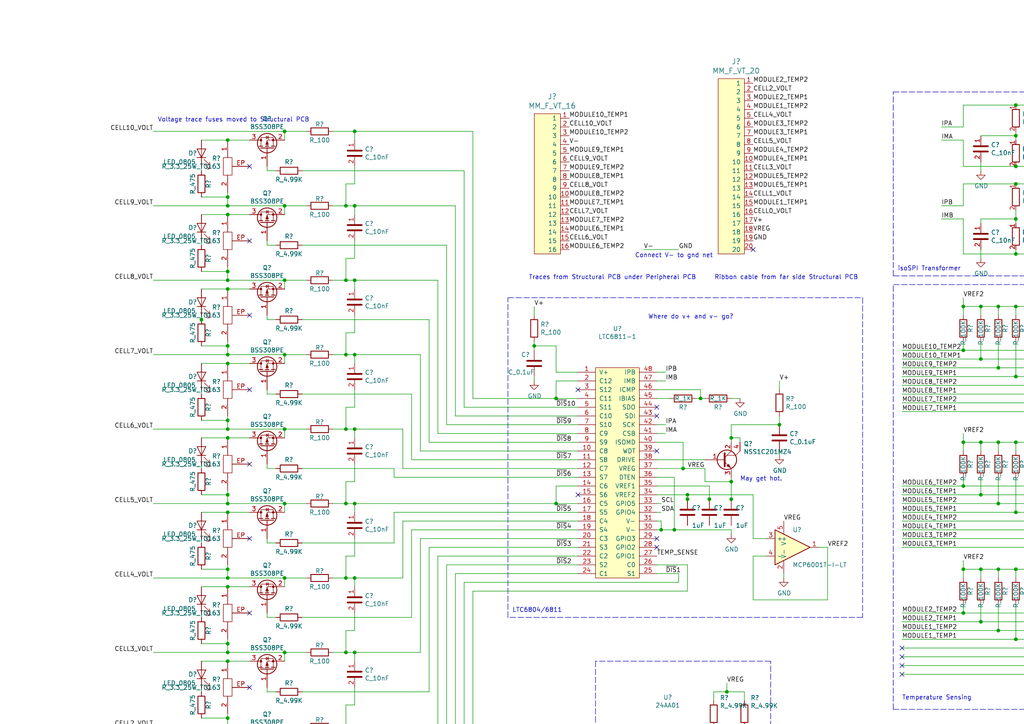
<source format=kicad_sch>
(kicad_sch (version 20211123) (generator eeschema)
  (paper "A4")
  (junction (at 299.72 88.9))
  (junction (at 314.96 195.58))
  (junction (at 279.4 88.9))
  (junction (at 66.04 229.87))
  (junction (at 299.72 165.1))
  (junction (at 309.88 116.84))
  (junction (at 294.64 88.9))
  (junction (at 284.48 143.51))
  (junction (at 294.64 185.42))
  (junction (at 212.09 144.78))
  (junction (at 102.87 167.64))
  (junction (at 66.04 146.05))
  (junction (at 102.87 81.28))
  (junction (at 284.48 128.27))
  (junction (at 299.72 151.13))
  (junction (at 66.04 105.41))
  (junction (at 205.74 144.78))
  (junction (at 279.4 128.27))
  (junction (at 66.04 57.15))
  (junction (at 396.24 166.37))
  (junction (at 289.56 128.27))
  (junction (at 66.04 186.69))
  (junction (at 309.88 128.27))
  (junction (at 289.56 165.1))
  (junction (at 100.33 102.87))
  (junction (at 299.72 111.76))
  (junction (at 102.87 146.05))
  (junction (at 102.87 38.1))
  (junction (at 100.33 59.69))
  (junction (at 198.12 135.89))
  (junction (at 191.77 153.67))
  (junction (at 304.8 114.3))
  (junction (at 66.04 234.95))
  (junction (at 294.64 30.48))
  (junction (at 82.55 189.23))
  (junction (at 66.04 165.1))
  (junction (at 284.48 88.9))
  (junction (at 289.56 88.9))
  (junction (at 299.72 128.27))
  (junction (at 284.48 104.14))
  (junction (at 361.95 158.75))
  (junction (at 289.56 106.68))
  (junction (at 102.87 210.82))
  (junction (at 82.55 59.69))
  (junction (at 100.33 167.64))
  (junction (at 66.04 143.51))
  (junction (at 66.04 83.82))
  (junction (at 82.55 167.64))
  (junction (at 309.88 193.04))
  (junction (at 66.04 40.64))
  (junction (at 66.04 251.46))
  (junction (at 304.8 165.1))
  (junction (at 350.52 193.04))
  (junction (at 226.06 123.19))
  (junction (at 294.64 109.22))
  (junction (at 100.33 189.23))
  (junction (at 284.48 165.1))
  (junction (at 207.01 213.36))
  (junction (at 66.04 124.46))
  (junction (at 100.33 146.05))
  (junction (at 309.88 165.1))
  (junction (at 350.52 190.5))
  (junction (at 212.09 139.7))
  (junction (at 66.04 170.18))
  (junction (at 102.87 102.87))
  (junction (at 154.94 100.33))
  (junction (at 100.33 81.28))
  (junction (at 82.55 146.05))
  (junction (at 199.39 143.51))
  (junction (at 294.64 39.37))
  (junction (at 304.8 153.67))
  (junction (at 314.96 119.38))
  (junction (at 66.04 208.28))
  (junction (at 350.52 176.53))
  (junction (at 82.55 38.1))
  (junction (at 82.55 124.46))
  (junction (at 100.33 232.41))
  (junction (at 215.9 218.44))
  (junction (at 294.64 63.5))
  (junction (at 66.04 127))
  (junction (at 100.33 254))
  (junction (at 100.33 210.82))
  (junction (at 304.8 190.5))
  (junction (at 212.09 127))
  (junction (at 350.52 100.33))
  (junction (at 361.95 163.83))
  (junction (at 284.48 180.34))
  (junction (at 58.42 92.71))
  (junction (at 66.04 191.77))
  (junction (at 294.64 148.59))
  (junction (at 82.55 232.41))
  (junction (at 66.04 121.92))
  (junction (at 82.55 210.82))
  (junction (at 294.64 53.34))
  (junction (at 66.04 254))
  (junction (at 309.88 156.21))
  (junction (at 161.29 115.57))
  (junction (at 82.55 81.28))
  (junction (at 66.04 100.33))
  (junction (at 199.39 144.78))
  (junction (at 66.04 148.59))
  (junction (at 279.4 177.8))
  (junction (at 66.04 232.41))
  (junction (at 102.87 232.41))
  (junction (at 304.8 128.27))
  (junction (at 203.2 115.57))
  (junction (at 350.52 156.21))
  (junction (at 66.04 78.74))
  (junction (at 347.98 177.8))
  (junction (at 350.52 139.7))
  (junction (at 66.04 81.28))
  (junction (at 279.4 101.6))
  (junction (at 386.08 166.37))
  (junction (at 289.56 182.88))
  (junction (at 279.4 140.97))
  (junction (at 350.52 116.84))
  (junction (at 347.98 140.97))
  (junction (at 66.04 189.23))
  (junction (at 66.04 167.64))
  (junction (at 350.52 151.13))
  (junction (at 66.04 62.23))
  (junction (at 294.64 128.27))
  (junction (at 102.87 189.23))
  (junction (at 66.04 213.36))
  (junction (at 66.04 210.82))
  (junction (at 195.58 153.67))
  (junction (at 66.04 59.69))
  (junction (at 102.87 59.69))
  (junction (at 82.55 102.87))
  (junction (at 294.64 73.66))
  (junction (at 279.4 165.1))
  (junction (at 350.52 114.3))
  (junction (at 309.88 88.9))
  (junction (at 289.56 146.05))
  (junction (at 100.33 124.46))
  (junction (at 314.96 158.75))
  (junction (at 294.64 48.26))
  (junction (at 161.29 146.05))
  (junction (at 102.87 124.46))
  (junction (at 350.52 153.67))
  (junction (at 210.82 200.66))
  (junction (at 299.72 187.96))
  (junction (at 66.04 102.87))
  (junction (at 350.52 111.76))
  (junction (at 304.8 88.9))
  (junction (at 294.64 165.1))
  (no_connect (at 190.5 130.81))
  (no_connect (at 261.62 187.96))
  (no_connect (at 72.39 69.85))
  (no_connect (at 72.39 220.98))
  (no_connect (at 167.64 113.03))
  (no_connect (at 190.5 120.65))
  (no_connect (at 261.62 195.58))
  (no_connect (at 72.39 242.57))
  (no_connect (at 167.64 143.51))
  (no_connect (at 350.52 40.64))
  (no_connect (at 72.39 48.26))
  (no_connect (at 350.52 58.42))
  (no_connect (at 72.39 177.8))
  (no_connect (at 72.39 199.39))
  (no_connect (at 190.5 156.21))
  (no_connect (at 72.39 113.03))
  (no_connect (at 72.39 156.21))
  (no_connect (at 190.5 118.11))
  (no_connect (at 72.39 134.62))
  (no_connect (at 218.44 72.39))
  (no_connect (at 261.62 193.04))
  (no_connect (at 190.5 158.75))
  (no_connect (at 261.62 190.5))
  (no_connect (at 72.39 91.44))
  (wire (pts (xy 124.46 128.27) (xy 124.46 92.71)))
  (wire (pts (xy 77.47 179.07) (xy 77.47 177.8)))
  (wire (pts (xy 100.33 96.52) (xy 100.33 102.87)))
  (wire (pts (xy 294.64 165.1) (xy 294.64 167.64)))
  (wire (pts (xy 205.74 140.97) (xy 205.74 144.78)))
  (wire (pts (xy 186.69 72.39) (xy 196.85 72.39)))
  (wire (pts (xy 77.47 200.66) (xy 80.01 200.66)))
  (wire (pts (xy 299.72 151.13) (xy 318.77 151.13)))
  (wire (pts (xy 289.56 128.27) (xy 289.56 130.81)))
  (wire (pts (xy 96.52 59.69) (xy 100.33 59.69)))
  (wire (pts (xy 340.36 180.34) (xy 342.9 180.34)))
  (wire (pts (xy 102.87 220.98) (xy 102.87 226.06)))
  (wire (pts (xy 44.45 38.1) (xy 82.55 38.1)))
  (wire (pts (xy 58.42 242.57) (xy 58.42 243.84)))
  (wire (pts (xy 58.42 199.39) (xy 58.42 200.66)))
  (wire (pts (xy 119.38 153.67) (xy 167.64 153.67)))
  (wire (pts (xy 318.77 182.88) (xy 289.56 182.88)))
  (wire (pts (xy 318.77 45.72) (xy 306.07 45.72)))
  (wire (pts (xy 318.77 106.68) (xy 289.56 106.68)))
  (wire (pts (xy 116.84 151.13) (xy 167.64 151.13)))
  (wire (pts (xy 66.04 99.06) (xy 66.04 100.33)))
  (wire (pts (xy 214.63 128.27) (xy 214.63 127)))
  (wire (pts (xy 350.52 185.42) (xy 340.36 185.42)))
  (wire (pts (xy 360.68 59.69) (xy 355.6 59.69)))
  (wire (pts (xy 82.55 124.46) (xy 82.55 127)))
  (wire (pts (xy 66.04 102.87) (xy 82.55 102.87)))
  (wire (pts (xy 82.55 38.1) (xy 88.9 38.1)))
  (wire (pts (xy 360.68 41.91) (xy 356.87 41.91)))
  (wire (pts (xy 304.8 165.1) (xy 304.8 167.64)))
  (wire (pts (xy 58.42 234.95) (xy 66.04 234.95)))
  (wire (pts (xy 82.55 189.23) (xy 88.9 189.23)))
  (wire (pts (xy 66.04 121.92) (xy 66.04 124.46)))
  (wire (pts (xy 66.04 100.33) (xy 66.04 102.87)))
  (wire (pts (xy 96.52 167.64) (xy 100.33 167.64)))
  (wire (pts (xy 309.88 88.9) (xy 304.8 88.9)))
  (wire (pts (xy 199.39 143.51) (xy 218.44 143.51)))
  (wire (pts (xy 124.46 128.27) (xy 167.64 128.27)))
  (wire (pts (xy 289.56 106.68) (xy 261.62 106.68)))
  (wire (pts (xy 350.52 139.7) (xy 350.52 140.97)))
  (wire (pts (xy 261.62 158.75) (xy 314.96 158.75)))
  (wire (pts (xy 77.47 114.3) (xy 77.47 113.03)))
  (wire (pts (xy 294.64 48.26) (xy 306.07 48.26)))
  (wire (pts (xy 368.3 168.91) (xy 365.76 168.91)))
  (wire (pts (xy 82.55 102.87) (xy 82.55 105.41)))
  (wire (pts (xy 58.42 83.82) (xy 66.04 83.82)))
  (wire (pts (xy 318.77 156.21) (xy 309.88 156.21)))
  (wire (pts (xy 226.06 120.65) (xy 226.06 123.19)))
  (wire (pts (xy 284.48 99.06) (xy 284.48 104.14)))
  (wire (pts (xy 203.2 113.03) (xy 203.2 115.57)))
  (wire (pts (xy 205.74 144.78) (xy 205.74 146.05)))
  (wire (pts (xy 356.87 39.37) (xy 356.87 35.56)))
  (wire (pts (xy 114.3 138.43) (xy 167.64 138.43)))
  (wire (pts (xy 314.96 165.1) (xy 309.88 165.1)))
  (wire (pts (xy 304.8 175.26) (xy 304.8 190.5)))
  (wire (pts (xy 207.01 214.63) (xy 207.01 213.36)))
  (wire (pts (xy 261.62 185.42) (xy 294.64 185.42)))
  (wire (pts (xy 82.55 232.41) (xy 88.9 232.41)))
  (wire (pts (xy 77.47 135.89) (xy 80.01 135.89)))
  (wire (pts (xy 318.77 36.83) (xy 312.42 36.83)))
  (wire (pts (xy 289.56 88.9) (xy 284.48 88.9)))
  (wire (pts (xy 289.56 165.1) (xy 284.48 165.1)))
  (wire (pts (xy 87.63 49.53) (xy 134.62 49.53)))
  (wire (pts (xy 66.04 127) (xy 72.39 127)))
  (wire (pts (xy 191.77 146.05) (xy 190.5 146.05)))
  (wire (pts (xy 396.24 175.26) (xy 396.24 177.8)))
  (wire (pts (xy 201.93 115.57) (xy 203.2 115.57)))
  (wire (pts (xy 121.92 156.21) (xy 121.92 189.23)))
  (wire (pts (xy 386.08 166.37) (xy 387.35 166.37)))
  (wire (pts (xy 284.48 88.9) (xy 279.4 88.9)))
  (wire (pts (xy 207.01 200.66) (xy 207.01 203.2)))
  (wire (pts (xy 77.47 49.53) (xy 80.01 49.53)))
  (wire (pts (xy 207.01 213.36) (xy 207.01 210.82)))
  (wire (pts (xy 299.72 151.13) (xy 261.62 151.13)))
  (wire (pts (xy 102.87 96.52) (xy 100.33 96.52)))
  (wire (pts (xy 309.88 175.26) (xy 309.88 193.04)))
  (wire (pts (xy 58.42 113.03) (xy 58.42 114.3)))
  (wire (pts (xy 161.29 107.95) (xy 167.64 107.95)))
  (wire (pts (xy 58.42 186.69) (xy 66.04 186.69)))
  (wire (pts (xy 294.64 99.06) (xy 294.64 109.22)))
  (wire (pts (xy 66.04 251.46) (xy 66.04 254)))
  (wire (pts (xy 161.29 140.97) (xy 161.29 146.05)))
  (wire (pts (xy 284.48 72.39) (xy 284.48 74.93)))
  (wire (pts (xy 240.03 158.75) (xy 237.49 158.75)))
  (wire (pts (xy 102.87 69.85) (xy 102.87 74.93)))
  (wire (pts (xy 312.42 55.88) (xy 312.42 57.15)))
  (wire (pts (xy 350.52 100.33) (xy 350.52 101.6)))
  (wire (pts (xy 167.64 156.21) (xy 121.92 156.21)))
  (wire (pts (xy 161.29 146.05) (xy 167.64 146.05)))
  (polyline (pts (xy 259.08 205.74) (xy 259.08 82.55)))
  (wire (pts (xy 58.42 92.71) (xy 58.42 93.98)))
  (wire (pts (xy 309.88 128.27) (xy 309.88 130.81)))
  (wire (pts (xy 314.96 99.06) (xy 314.96 119.38)))
  (wire (pts (xy 284.48 165.1) (xy 279.4 165.1)))
  (wire (pts (xy 294.64 128.27) (xy 294.64 130.81)))
  (polyline (pts (xy 259.08 80.01) (xy 259.08 26.67)))
  (wire (pts (xy 114.3 148.59) (xy 114.3 157.48)))
  (wire (pts (xy 398.78 166.37) (xy 396.24 166.37)))
  (wire (pts (xy 309.88 99.06) (xy 309.88 116.84)))
  (wire (pts (xy 350.52 109.22) (xy 350.52 111.76)))
  (wire (pts (xy 102.87 232.41) (xy 102.87 234.95)))
  (wire (pts (xy 394.97 166.37) (xy 396.24 166.37)))
  (wire (pts (xy 215.9 218.44) (xy 215.9 210.82)))
  (wire (pts (xy 102.87 226.06) (xy 100.33 226.06)))
  (wire (pts (xy 279.4 162.56) (xy 279.4 165.1)))
  (wire (pts (xy 350.52 185.42) (xy 350.52 190.5)))
  (wire (pts (xy 77.47 200.66) (xy 77.47 199.39)))
  (polyline (pts (xy 250.19 179.07) (xy 147.32 179.07)))
  (wire (pts (xy 132.08 120.65) (xy 132.08 59.69)))
  (wire (pts (xy 102.87 242.57) (xy 102.87 247.65)))
  (wire (pts (xy 66.04 170.18) (xy 72.39 170.18)))
  (wire (pts (xy 284.48 175.26) (xy 284.48 180.34)))
  (wire (pts (xy 66.04 83.82) (xy 72.39 83.82)))
  (wire (pts (xy 294.64 138.43) (xy 294.64 148.59)))
  (wire (pts (xy 100.33 226.06) (xy 100.33 232.41)))
  (wire (pts (xy 198.12 135.89) (xy 190.5 135.89)))
  (wire (pts (xy 199.39 171.45) (xy 199.39 163.83)))
  (wire (pts (xy 350.52 53.34) (xy 355.6 53.34)))
  (wire (pts (xy 119.38 133.35) (xy 167.64 133.35)))
  (wire (pts (xy 350.52 156.21) (xy 350.52 161.29)))
  (wire (pts (xy 261.62 148.59) (xy 294.64 148.59)))
  (wire (pts (xy 204.47 139.7) (xy 204.47 135.89)))
  (wire (pts (xy 191.77 148.59) (xy 190.5 148.59)))
  (wire (pts (xy 102.87 124.46) (xy 116.84 124.46)))
  (wire (pts (xy 350.52 109.22) (xy 340.36 109.22)))
  (wire (pts (xy 261.62 114.3) (xy 304.8 114.3)))
  (polyline (pts (xy 250.19 86.36) (xy 250.19 179.07)))
  (wire (pts (xy 261.62 195.58) (xy 314.96 195.58)))
  (wire (pts (xy 102.87 210.82) (xy 127 210.82)))
  (wire (pts (xy 304.8 190.5) (xy 318.77 190.5)))
  (wire (pts (xy 207.01 200.66) (xy 210.82 200.66)))
  (polyline (pts (xy 147.32 179.07) (xy 147.32 86.36)))
  (wire (pts (xy 304.8 165.1) (xy 299.72 165.1)))
  (wire (pts (xy 191.77 153.67) (xy 195.58 153.67)))
  (wire (pts (xy 58.42 156.21) (xy 58.42 157.48)))
  (wire (pts (xy 124.46 158.75) (xy 124.46 200.66)))
  (wire (pts (xy 214.63 127) (xy 212.09 127)))
  (wire (pts (xy 304.8 88.9) (xy 304.8 91.44)))
  (wire (pts (xy 102.87 91.44) (xy 102.87 96.52)))
  (wire (pts (xy 218.44 218.44) (xy 215.9 218.44)))
  (wire (pts (xy 96.52 38.1) (xy 102.87 38.1)))
  (wire (pts (xy 190.5 115.57) (xy 194.31 115.57)))
  (wire (pts (xy 279.4 40.64) (xy 273.05 40.64)))
  (wire (pts (xy 299.72 128.27) (xy 294.64 128.27)))
  (wire (pts (xy 212.09 139.7) (xy 212.09 144.78)))
  (wire (pts (xy 77.47 243.84) (xy 77.47 242.57)))
  (wire (pts (xy 167.64 166.37) (xy 132.08 166.37)))
  (wire (pts (xy 66.04 81.28) (xy 82.55 81.28)))
  (wire (pts (xy 87.63 179.07) (xy 119.38 179.07)))
  (wire (pts (xy 134.62 118.11) (xy 167.64 118.11)))
  (wire (pts (xy 44.45 81.28) (xy 66.04 81.28)))
  (wire (pts (xy 102.87 232.41) (xy 132.08 232.41)))
  (wire (pts (xy 193.04 123.19) (xy 190.5 123.19)))
  (wire (pts (xy 100.33 189.23) (xy 102.87 189.23)))
  (wire (pts (xy 284.48 104.14) (xy 318.77 104.14)))
  (wire (pts (xy 355.6 57.15) (xy 360.68 57.15)))
  (wire (pts (xy 102.87 247.65) (xy 100.33 247.65)))
  (wire (pts (xy 82.55 146.05) (xy 88.9 146.05)))
  (wire (pts (xy 44.45 210.82) (xy 66.04 210.82)))
  (wire (pts (xy 309.88 116.84) (xy 261.62 116.84)))
  (polyline (pts (xy 414.02 80.01) (xy 259.08 80.01)))
  (wire (pts (xy 279.4 59.69) (xy 273.05 59.69)))
  (wire (pts (xy 102.87 134.62) (xy 102.87 139.7)))
  (wire (pts (xy 66.04 229.87) (xy 66.04 232.41)))
  (wire (pts (xy 261.62 119.38) (xy 314.96 119.38)))
  (wire (pts (xy 119.38 153.67) (xy 119.38 179.07)))
  (polyline (pts (xy 414.02 26.67) (xy 414.02 80.01)))
  (wire (pts (xy 226.06 130.81) (xy 226.06 132.08)))
  (wire (pts (xy 58.42 40.64) (xy 66.04 40.64)))
  (wire (pts (xy 58.42 78.74) (xy 66.04 78.74)))
  (wire (pts (xy 210.82 198.12) (xy 210.82 200.66)))
  (wire (pts (xy 294.64 60.96) (xy 294.64 63.5)))
  (wire (pts (xy 196.85 166.37) (xy 196.85 168.91)))
  (wire (pts (xy 167.64 120.65) (xy 132.08 120.65)))
  (wire (pts (xy 100.33 232.41) (xy 102.87 232.41)))
  (wire (pts (xy 340.36 101.6) (xy 350.52 101.6)))
  (wire (pts (xy 137.16 38.1) (xy 137.16 115.57)))
  (wire (pts (xy 102.87 81.28) (xy 102.87 83.82)))
  (wire (pts (xy 304.8 114.3) (xy 318.77 114.3)))
  (wire (pts (xy 82.55 232.41) (xy 82.55 234.95)))
  (wire (pts (xy 77.47 92.71) (xy 80.01 92.71)))
  (wire (pts (xy 66.04 208.28) (xy 66.04 210.82)))
  (wire (pts (xy 355.6 59.69) (xy 355.6 63.5)))
  (wire (pts (xy 340.36 156.21) (xy 350.52 156.21)))
  (wire (pts (xy 100.33 118.11) (xy 100.33 124.46)))
  (wire (pts (xy 161.29 115.57) (xy 167.64 115.57)))
  (wire (pts (xy 294.64 128.27) (xy 289.56 128.27)))
  (wire (pts (xy 314.96 130.81) (xy 314.96 128.27)))
  (wire (pts (xy 318.77 35.56) (xy 306.07 35.56)))
  (wire (pts (xy 279.4 175.26) (xy 279.4 177.8)))
  (wire (pts (xy 350.52 153.67) (xy 350.52 156.21)))
  (wire (pts (xy 44.45 124.46) (xy 66.04 124.46)))
  (wire (pts (xy 82.55 210.82) (xy 88.9 210.82)))
  (wire (pts (xy 314.96 175.26) (xy 314.96 195.58)))
  (wire (pts (xy 317.5 55.88) (xy 312.42 55.88)))
  (wire (pts (xy 204.47 133.35) (xy 190.5 133.35)))
  (wire (pts (xy 212.09 123.19) (xy 212.09 127)))
  (wire (pts (xy 317.5 58.42) (xy 317.5 55.88)))
  (wire (pts (xy 306.07 45.72) (xy 306.07 48.26)))
  (wire (pts (xy 58.42 48.26) (xy 58.42 49.53)))
  (wire (pts (xy 102.87 74.93) (xy 100.33 74.93)))
  (wire (pts (xy 102.87 102.87) (xy 121.92 102.87)))
  (wire (pts (xy 66.04 143.51) (xy 66.04 146.05)))
  (wire (pts (xy 102.87 156.21) (xy 102.87 161.29)))
  (wire (pts (xy 340.36 104.14) (xy 342.9 104.14)))
  (wire (pts (xy 356.87 41.91) (xy 356.87 45.72)))
  (wire (pts (xy 102.87 161.29) (xy 100.33 161.29)))
  (wire (pts (xy 102.87 48.26) (xy 102.87 53.34)))
  (wire (pts (xy 340.36 193.04) (xy 350.52 193.04)))
  (wire (pts (xy 218.44 161.29) (xy 218.44 173.99)))
  (wire (pts (xy 66.04 40.64) (xy 72.39 40.64)))
  (wire (pts (xy 77.47 179.07) (xy 80.01 179.07)))
  (wire (pts (xy 342.9 146.05) (xy 340.36 146.05)))
  (wire (pts (xy 261.62 180.34) (xy 284.48 180.34)))
  (wire (pts (xy 289.56 138.43) (xy 289.56 146.05)))
  (wire (pts (xy 190.5 151.13) (xy 191.77 151.13)))
  (wire (pts (xy 127 210.82) (xy 127 161.29)))
  (wire (pts (xy 82.55 167.64) (xy 82.55 170.18)))
  (wire (pts (xy 77.47 222.25) (xy 77.47 220.98)))
  (wire (pts (xy 77.47 49.53) (xy 77.47 48.26)))
  (wire (pts (xy 340.36 111.76) (xy 350.52 111.76)))
  (wire (pts (xy 66.04 186.69) (xy 66.04 189.23)))
  (wire (pts (xy 299.72 187.96) (xy 261.62 187.96)))
  (wire (pts (xy 356.87 39.37) (xy 360.68 39.37)))
  (wire (pts (xy 102.87 182.88) (xy 100.33 182.88)))
  (wire (pts (xy 82.55 102.87) (xy 88.9 102.87)))
  (wire (pts (xy 66.04 148.59) (xy 72.39 148.59)))
  (wire (pts (xy 215.9 200.66) (xy 215.9 203.2)))
  (wire (pts (xy 66.04 232.41) (xy 82.55 232.41)))
  (wire (pts (xy 66.04 191.77) (xy 72.39 191.77)))
  (wire (pts (xy 309.88 138.43) (xy 309.88 156.21)))
  (wire (pts (xy 116.84 167.64) (xy 116.84 151.13)))
  (wire (pts (xy 58.42 165.1) (xy 66.04 165.1)))
  (wire (pts (xy 87.63 135.89) (xy 114.3 135.89)))
  (wire (pts (xy 355.6 53.34) (xy 355.6 57.15)))
  (wire (pts (xy 215.9 219.71) (xy 215.9 218.44)))
  (wire (pts (xy 102.87 81.28) (xy 127 81.28)))
  (wire (pts (xy 294.64 88.9) (xy 294.64 91.44)))
  (wire (pts (xy 226.06 110.49) (xy 226.06 113.03)))
  (wire (pts (xy 102.87 177.8) (xy 102.87 182.88)))
  (wire (pts (xy 77.47 243.84) (xy 80.01 243.84)))
  (wire (pts (xy 66.04 185.42) (xy 66.04 186.69)))
  (wire (pts (xy 190.5 140.97) (xy 205.74 140.97)))
  (wire (pts (xy 102.87 189.23) (xy 102.87 191.77)))
  (wire (pts (xy 340.36 195.58) (xy 361.95 195.58)))
  (wire (pts (xy 304.8 138.43) (xy 304.8 153.67)))
  (wire (pts (xy 261.62 104.14) (xy 284.48 104.14)))
  (wire (pts (xy 304.8 128.27) (xy 299.72 128.27)))
  (wire (pts (xy 279.4 53.34) (xy 279.4 59.69)))
  (wire (pts (xy 154.94 100.33) (xy 154.94 101.6)))
  (wire (pts (xy 222.25 161.29) (xy 218.44 161.29)))
  (wire (pts (xy 82.55 189.23) (xy 82.55 191.77)))
  (wire (pts (xy 66.04 234.95) (xy 72.39 234.95)))
  (wire (pts (xy 306.07 35.56) (xy 306.07 30.48)))
  (wire (pts (xy 44.45 146.05) (xy 66.04 146.05)))
  (wire (pts (xy 176.53 214.63) (xy 182.88 214.63)))
  (wire (pts (xy 299.72 111.76) (xy 261.62 111.76)))
  (wire (pts (xy 96.52 146.05) (xy 100.33 146.05)))
  (wire (pts (xy 347.98 187.96) (xy 347.98 177.8)))
  (wire (pts (xy 214.63 115.57) (xy 212.09 115.57)))
  (wire (pts (xy 190.5 128.27) (xy 198.12 128.27)))
  (wire (pts (xy 299.72 88.9) (xy 299.72 91.44)))
  (wire (pts (xy 82.55 210.82) (xy 82.55 213.36)))
  (wire (pts (xy 77.47 71.12) (xy 77.47 69.85)))
  (wire (pts (xy 318.77 146.05) (xy 289.56 146.05)))
  (wire (pts (xy 279.4 128.27) (xy 279.4 130.81)))
  (wire (pts (xy 240.03 173.99) (xy 240.03 158.75)))
  (wire (pts (xy 190.5 113.03) (xy 203.2 113.03)))
  (wire (pts (xy 58.42 134.62) (xy 58.42 135.89)))
  (wire (pts (xy 314.96 158.75) (xy 318.77 158.75)))
  (wire (pts (xy 350.52 148.59) (xy 350.52 151.13)))
  (wire (pts (xy 365.76 181.61) (xy 386.08 181.61)))
  (wire (pts (xy 314.96 138.43) (xy 314.96 158.75)))
  (wire (pts (xy 100.33 254) (xy 96.52 254)))
  (wire (pts (xy 100.33 124.46) (xy 102.87 124.46)))
  (wire (pts (xy 284.48 46.99) (xy 284.48 49.53)))
  (wire (pts (xy 100.33 210.82) (xy 102.87 210.82)))
  (wire (pts (xy 102.87 189.23) (xy 121.92 189.23)))
  (wire (pts (xy 304.8 99.06) (xy 304.8 114.3)))
  (wire (pts (xy 132.08 166.37) (xy 132.08 232.41)))
  (wire (pts (xy 66.04 167.64) (xy 82.55 167.64)))
  (wire (pts (xy 309.88 193.04) (xy 261.62 193.04)))
  (wire (pts (xy 100.33 81.28) (xy 102.87 81.28)))
  (wire (pts (xy 44.45 232.41) (xy 66.04 232.41)))
  (wire (pts (xy 96.52 210.82) (xy 100.33 210.82)))
  (wire (pts (xy 44.45 189.23) (xy 66.04 189.23)))
  (wire (pts (xy 304.8 88.9) (xy 299.72 88.9)))
  (wire (pts (xy 340.36 158.75) (xy 361.95 158.75)))
  (wire (pts (xy 124.46 158.75) (xy 167.64 158.75)))
  (wire (pts (xy 154.94 88.9) (xy 154.94 91.44)))
  (wire (pts (xy 102.87 118.11) (xy 100.33 118.11)))
  (wire (pts (xy 299.72 88.9) (xy 294.64 88.9)))
  (wire (pts (xy 58.42 213.36) (xy 66.04 213.36)))
  (wire (pts (xy 58.42 57.15) (xy 66.04 57.15)))
  (polyline (pts (xy 172.72 191.77) (xy 172.72 233.68)))
  (wire (pts (xy 279.4 36.83) (xy 273.05 36.83)))
  (wire (pts (xy 96.52 102.87) (xy 100.33 102.87)))
  (wire (pts (xy 299.72 111.76) (xy 318.77 111.76)))
  (wire (pts (xy 350.52 175.26) (xy 350.52 176.53)))
  (wire (pts (xy 154.94 109.22) (xy 154.94 110.49)))
  (wire (pts (xy 279.4 86.36) (xy 279.4 88.9)))
  (wire (pts (xy 279.4 73.66) (xy 279.4 63.5)))
  (wire (pts (xy 100.33 204.47) (xy 100.33 210.82)))
  (wire (pts (xy 137.16 115.57) (xy 161.29 115.57)))
  (wire (pts (xy 204.47 217.17) (xy 205.74 217.17)))
  (wire (pts (xy 347.98 177.8) (xy 350.52 177.8)))
  (wire (pts (xy 294.64 148.59) (xy 318.77 148.59)))
  (wire (pts (xy 261.62 109.22) (xy 294.64 109.22)))
  (wire (pts (xy 44.45 59.69) (xy 66.04 59.69)))
  (wire (pts (xy 87.63 243.84) (xy 134.62 243.84)))
  (wire (pts (xy 284.48 138.43) (xy 284.48 143.51)))
  (wire (pts (xy 77.47 135.89) (xy 77.47 134.62)))
  (wire (pts (xy 96.52 232.41) (xy 100.33 232.41)))
  (wire (pts (xy 289.56 165.1) (xy 289.56 167.64)))
  (wire (pts (xy 284.48 180.34) (xy 318.77 180.34)))
  (wire (pts (xy 195.58 153.67) (xy 212.09 153.67)))
  (wire (pts (xy 58.42 191.77) (xy 66.04 191.77)))
  (wire (pts (xy 96.52 81.28) (xy 100.33 81.28)))
  (wire (pts (xy 82.55 81.28) (xy 88.9 81.28)))
  (wire (pts (xy 127 161.29) (xy 167.64 161.29)))
  (wire (pts (xy 100.33 139.7) (xy 100.33 146.05)))
  (wire (pts (xy 167.64 125.73) (xy 127 125.73)))
  (wire (pts (xy 350.52 176.53) (xy 350.52 177.8)))
  (wire (pts (xy 279.4 63.5) (xy 273.05 63.5)))
  (wire (pts (xy 340.36 116.84) (xy 350.52 116.84)))
  (wire (pts (xy 294.64 175.26) (xy 294.64 185.42)))
  (wire (pts (xy 212.09 127) (xy 212.09 128.27)))
  (wire (pts (xy 66.04 120.65) (xy 66.04 121.92)))
  (wire (pts (xy 102.87 204.47) (xy 100.33 204.47)))
  (wire (pts (xy 309.88 165.1) (xy 304.8 165.1)))
  (wire (pts (xy 294.64 63.5) (xy 284.48 63.5)))
  (wire (pts (xy 77.47 92.71) (xy 77.47 91.44)))
  (wire (pts (xy 294.64 72.39) (xy 294.64 73.66)))
  (wire (pts (xy 66.04 124.46) (xy 82.55 124.46)))
  (wire (pts (xy 100.33 59.69) (xy 102.87 59.69)))
  (wire (pts (xy 212.09 144.78) (xy 212.09 146.05)))
  (wire (pts (xy 361.95 163.83) (xy 361.95 158.75)))
  (wire (pts (xy 77.47 222.25) (xy 80.01 222.25)))
  (wire (pts (xy 134.62 168.91) (xy 134.62 243.84)))
  (wire (pts (xy 210.82 200.66) (xy 215.9 200.66)))
  (wire (pts (xy 58.42 229.87) (xy 66.04 229.87)))
  (wire (pts (xy 279.4 138.43) (xy 279.4 140.97)))
  (wire (pts (xy 279.4 53.34) (xy 294.64 53.34)))
  (wire (pts (xy 284.48 63.5) (xy 284.48 64.77)))
  (wire (pts (xy 58.42 105.41) (xy 66.04 105.41)))
  (wire (pts (xy 318.77 116.84) (xy 309.88 116.84)))
  (wire (pts (xy 114.3 138.43) (xy 114.3 135.89)))
  (wire (pts (xy 167.64 130.81) (xy 121.92 130.81)))
  (wire (pts (xy 190.5 153.67) (xy 191.77 153.67)))
  (wire (pts (xy 102.87 102.87) (xy 102.87 105.41)))
  (wire (pts (xy 58.42 91.44) (xy 58.42 92.71)))
  (wire (pts (xy 350.52 193.04) (xy 350.52 198.12)))
  (wire (pts (xy 289.56 182.88) (xy 261.62 182.88)))
  (wire (pts (xy 340.36 119.38) (xy 361.95 119.38)))
  (wire (pts (xy 386.08 166.37) (xy 383.54 166.37)))
  (wire (pts (xy 289.56 99.06) (xy 289.56 106.68)))
  (wire (pts (xy 199.39 143.51) (xy 199.39 144.78)))
  (wire (pts (xy 58.42 177.8) (xy 58.42 179.07)))
  (wire (pts (xy 347.98 140.97) (xy 347.98 148.59)))
  (wire (pts (xy 299.72 165.1) (xy 299.72 167.64)))
  (wire (pts (xy 299.72 99.06) (xy 299.72 111.76)))
  (wire (pts (xy 137.16 171.45) (xy 199.39 171.45)))
  (wire (pts (xy 294.64 88.9) (xy 289.56 88.9)))
  (wire (pts (xy 116.84 135.89) (xy 167.64 135.89)))
  (wire (pts (xy 279.4 99.06) (xy 279.4 101.6)))
  (wire (pts (xy 66.04 62.23) (xy 72.39 62.23)))
  (wire (pts (xy 96.52 124.46) (xy 100.33 124.46)))
  (wire (pts (xy 102.87 124.46) (xy 102.87 127)))
  (wire (pts (xy 284.48 143.51) (xy 318.77 143.51)))
  (wire (pts (xy 58.42 127) (xy 66.04 127)))
  (wire (pts (xy 279.4 48.26) (xy 294.64 48.26)))
  (wire (pts (xy 261.62 140.97) (xy 279.4 140.97)))
  (polyline (pts (xy 259.08 26.67) (xy 414.02 26.67)))
  (wire (pts (xy 261.62 153.67) (xy 304.8 153.67)))
  (wire (pts (xy 309.88 88.9) (xy 309.88 91.44)))
  (wire (pts (xy 100.33 74.93) (xy 100.33 81.28)))
  (wire (pts (xy 350.52 138.43) (xy 350.52 139.7)))
  (wire (pts (xy 261.62 143.51) (xy 284.48 143.51)))
  (wire (pts (xy 44.45 102.87) (xy 66.04 102.87)))
  (polyline (pts (xy 172.72 233.68) (xy 223.52 233.68)))
  (wire (pts (xy 340.36 143.51) (xy 342.9 143.51)))
  (wire (pts (xy 294.64 39.37) (xy 284.48 39.37)))
  (wire (pts (xy 312.42 44.45) (xy 312.42 46.99)))
  (wire (pts (xy 66.04 165.1) (xy 66.04 167.64)))
  (wire (pts (xy 102.87 167.64) (xy 102.87 170.18)))
  (wire (pts (xy 66.04 163.83) (xy 66.04 165.1)))
  (wire (pts (xy 102.87 38.1) (xy 102.87 40.64)))
  (wire (pts (xy 340.36 151.13) (xy 350.52 151.13)))
  (wire (pts (xy 88.9 254) (xy 66.04 254)))
  (wire (pts (xy 309.88 165.1) (xy 309.88 167.64)))
  (wire (pts (xy 82.55 81.28) (xy 82.55 83.82)))
  (wire (pts (xy 212.09 138.43) (xy 212.09 139.7)))
  (wire (pts (xy 218.44 143.51) (xy 218.44 156.21)))
  (wire (pts (xy 100.33 102.87) (xy 102.87 102.87)))
  (wire (pts (xy 294.64 53.34) (xy 318.77 53.34)))
  (wire (pts (xy 102.87 210.82) (xy 102.87 213.36)))
  (wire (pts (xy 350.52 151.13) (xy 350.52 153.67)))
  (wire (pts (xy 199.39 144.78) (xy 199.39 146.05)))
  (wire (pts (xy 58.42 220.98) (xy 58.42 222.25)))
  (wire (pts (xy 279.4 140.97) (xy 318.77 140.97)))
  (wire (pts (xy 365.76 168.91) (xy 365.76 181.61)))
  (wire (pts (xy 66.04 207.01) (xy 66.04 208.28)))
  (wire (pts (xy 318.77 40.64) (xy 318.77 36.83)))
  (wire (pts (xy 102.87 139.7) (xy 100.33 139.7)))
  (wire (pts (xy 58.42 251.46) (xy 66.04 251.46)))
  (wire (pts (xy 340.36 114.3) (xy 350.52 114.3)))
  (wire (pts (xy 199.39 163.83) (xy 190.5 163.83)))
  (wire (pts (xy 314.96 128.27) (xy 309.88 128.27)))
  (wire (pts (xy 350.52 116.84) (xy 350.52 121.92)))
  (wire (pts (xy 212.09 153.67) (xy 212.09 154.94)))
  (wire (pts (xy 66.04 55.88) (xy 66.04 57.15)))
  (polyline (pts (xy 147.32 86.36) (xy 250.19 86.36)))
  (wire (pts (xy 116.84 124.46) (xy 116.84 135.89)))
  (wire (pts (xy 318.77 193.04) (xy 309.88 193.04)))
  (wire (pts (xy 82.55 124.46) (xy 88.9 124.46)))
  (wire (pts (xy 87.63 200.66) (xy 124.46 200.66)))
  (wire (pts (xy 182.88 219.71) (xy 180.34 219.71)))
  (wire (pts (xy 314.96 167.64) (xy 314.96 165.1)))
  (wire (pts (xy 66.04 213.36) (xy 72.39 213.36)))
  (wire (pts (xy 193.04 125.73) (xy 190.5 125.73)))
  (wire (pts (xy 314.96 119.38) (xy 318.77 119.38)))
  (wire (pts (xy 82.55 59.69) (xy 82.55 62.23)))
  (wire (pts (xy 82.55 38.1) (xy 82.55 40.64)))
  (wire (pts (xy 198.12 128.27) (xy 198.12 135.89)))
  (wire (pts (xy 102.87 199.39) (xy 102.87 204.47)))
  (wire (pts (xy 44.45 167.64) (xy 66.04 167.64)))
  (wire (pts (xy 58.42 208.28) (xy 66.04 208.28)))
  (wire (pts (xy 193.04 107.95) (xy 190.5 107.95)))
  (wire (pts (xy 102.87 59.69) (xy 132.08 59.69)))
  (wire (pts (xy 167.64 110.49) (xy 161.29 110.49)))
  (wire (pts (xy 289.56 175.26) (xy 289.56 182.88)))
  (wire (pts (xy 284.48 165.1) (xy 284.48 167.64)))
  (wire (pts (xy 318.77 58.42) (xy 317.5 58.42)))
  (wire (pts (xy 66.04 189.23) (xy 82.55 189.23)))
  (wire (pts (xy 261.62 101.6) (xy 279.4 101.6)))
  (wire (pts (xy 87.63 114.3) (xy 119.38 114.3)))
  (polyline (pts (xy 259.08 205.74) (xy 414.02 205.74)))
  (wire (pts (xy 87.63 222.25) (xy 129.54 222.25)))
  (wire (pts (xy 361.95 119.38) (xy 361.95 158.75)))
  (polyline (pts (xy 414.02 82.55) (xy 259.08 82.55)))
  (wire (pts (xy 195.58 138.43) (xy 195.58 153.67)))
  (wire (pts (xy 167.64 140.97) (xy 161.29 140.97)))
  (wire (pts (xy 119.38 133.35) (xy 119.38 114.3)))
  (wire (pts (xy 314.96 91.44) (xy 314.96 88.9)))
  (wire (pts (xy 227.33 167.64) (xy 227.33 166.37)))
  (wire (pts (xy 100.33 53.34) (xy 100.33 59.69)))
  (wire (pts (xy 294.64 185.42) (xy 318.77 185.42)))
  (wire (pts (xy 299.72 128.27) (xy 299.72 130.81)))
  (wire (pts (xy 304.8 153.67) (xy 318.77 153.67)))
  (wire (pts (xy 137.16 254) (xy 137.16 171.45)))
  (wire (pts (xy 58.42 69.85) (xy 58.42 71.12)))
  (wire (pts (xy 204.47 219.71) (xy 215.9 219.71)))
  (wire (pts (xy 161.29 110.49) (xy 161.29 115.57)))
  (wire (pts (xy 66.04 105.41) (xy 72.39 105.41)))
  (wire (pts (xy 361.95 195.58) (xy 361.95 163.83)))
  (wire (pts (xy 154.94 100.33) (xy 161.29 100.33)))
  (wire (pts (xy 396.24 166.37) (xy 396.24 167.64)))
  (wire (pts (xy 66.04 210.82) (xy 82.55 210.82)))
  (wire (pts (xy 261.62 177.8) (xy 279.4 177.8)))
  (wire (pts (xy 203.2 115.57) (xy 204.47 115.57)))
  (wire (pts (xy 350.52 99.06) (xy 350.52 100.33)))
  (polyline (pts (xy 223.52 191.77) (xy 172.72 191.77)))
  (wire (pts (xy 66.04 250.19) (xy 66.04 251.46)))
  (wire (pts (xy 309.88 128.27) (xy 304.8 128.27)))
  (wire (pts (xy 102.87 38.1) (xy 137.16 38.1)))
  (wire (pts (xy 294.64 30.48) (xy 306.07 30.48)))
  (wire (pts (xy 191.77 151.13) (xy 191.77 153.67)))
  (wire (pts (xy 190.5 138.43) (xy 195.58 138.43)))
  (wire (pts (xy 100.33 182.88) (xy 100.33 189.23)))
  (wire (pts (xy 121.92 130.81) (xy 121.92 102.87)))
  (wire (pts (xy 309.88 156.21) (xy 261.62 156.21)))
  (wire (pts (xy 340.36 153.67) (xy 350.52 153.67)))
  (wire (pts (xy 356.87 45.72) (xy 350.52 45.72)))
  (wire (pts (xy 279.4 125.73) (xy 279.4 128.27)))
  (wire (pts (xy 204.47 135.89) (xy 198.12 135.89)))
  (wire (pts (xy 161.29 100.33) (xy 161.29 107.95)))
  (wire (pts (xy 82.55 59.69) (xy 88.9 59.69)))
  (wire (pts (xy 279.4 177.8) (xy 318.77 177.8)))
  (wire (pts (xy 318.77 63.5) (xy 318.77 73.66)))
  (wire (pts (xy 204.47 214.63) (xy 207.01 214.63)))
  (wire (pts (xy 100.33 254) (xy 137.16 254)))
  (wire (pts (xy 58.42 148.59) (xy 66.04 148.59)))
  (wire (pts (xy 294.64 165.1) (xy 289.56 165.1)))
  (polyline (pts (xy 414.02 82.55) (xy 414.02 205.74)))
  (wire (pts (xy 340.36 140.97) (xy 347.98 140.97)))
  (wire (pts (xy 226.06 123.19) (xy 212.09 123.19)))
  (wire (pts (xy 279.4 30.48) (xy 294.64 30.48)))
  (wire (pts (xy 294.64 38.1) (xy 294.64 39.37)))
  (wire (pts (xy 102.87 146.05) (xy 161.29 146.05)))
  (wire (pts (xy 294.64 63.5) (xy 294.64 64.77)))
  (wire (pts (xy 66.04 77.47) (xy 66.04 78.74)))
  (wire (pts (xy 44.45 254) (xy 66.04 254)))
  (wire (pts (xy 294.64 73.66) (xy 318.77 73.66)))
  (wire (pts (xy 312.42 64.77) (xy 312.42 67.31)))
  (wire (pts (xy 77.47 114.3) (xy 80.01 114.3)))
  (wire (pts (xy 180.34 219.71) (xy 180.34 222.25)))
  (wire (pts (xy 190.5 166.37) (xy 196.85 166.37)))
  (wire (pts (xy 129.54 163.83) (xy 167.64 163.83)))
  (wire (pts (xy 356.87 35.56) (xy 350.52 35.56)))
  (wire (pts (xy 284.48 128.27) (xy 279.4 128.27)))
  (wire (pts (xy 218.44 173.99) (xy 240.03 173.99)))
  (wire (pts (xy 347.98 148.59) (xy 340.36 148.59)))
  (wire (pts (xy 58.42 62.23) (xy 66.04 62.23)))
  (wire (pts (xy 373.38 153.67) (xy 373.38 158.75)))
  (wire (pts (xy 77.47 157.48) (xy 77.47 156.21)))
  (wire (pts (xy 355.6 63.5) (xy 350.52 63.5)))
  (wire (pts (xy 129.54 123.19) (xy 129.54 71.12)))
  (wire (pts (xy 134.62 168.91) (xy 196.85 168.91)))
  (wire (pts (xy 58.42 100.33) (xy 66.04 100.33)))
  (wire (pts (xy 190.5 143.51) (xy 199.39 143.51)))
  (wire (pts (xy 284.48 128.27) (xy 284.48 130.81)))
  (wire (pts (xy 350.52 111.76) (xy 350.52 114.3)))
  (wire (pts (xy 294.64 109.22) (xy 318.77 109.22)))
  (wire (pts (xy 100.33 146.05) (xy 102.87 146.05)))
  (wire (pts (xy 340.36 177.8) (xy 347.98 177.8)))
  (wire (pts (xy 299.72 175.26) (xy 299.72 187.96)))
  (wire (pts (xy 284.48 88.9) (xy 284.48 91.44)))
  (wire (pts (xy 373.38 173.99) (xy 373.38 175.26)))
  (wire (pts (xy 100.33 167.64) (xy 102.87 167.64)))
  (wire (pts (xy 350.52 114.3) (xy 350.52 116.84)))
  (wire (pts (xy 134.62 118.11) (xy 134.62 49.53)))
  (wire (pts (xy 58.42 121.92) (xy 66.04 121.92)))
  (wire (pts (xy 299.72 187.96) (xy 318.77 187.96)))
  (wire (pts (xy 279.4 165.1) (xy 279.4 167.64)))
  (wire (pts (xy 102.87 53.34) (xy 100.33 53.34)))
  (wire (pts (xy 102.87 146.05) (xy 102.87 148.59)))
  (wire (pts (xy 58.42 143.51) (xy 66.04 143.51)))
  (wire (pts (xy 294.64 39.37) (xy 294.64 40.64)))
  (wire (pts (xy 209.55 213.36) (xy 207.01 213.36)))
  (wire (pts (xy 82.55 167.64) (xy 88.9 167.64)))
  (wire (pts (xy 66.04 78.74) (xy 66.04 81.28)))
  (wire (pts (xy 261.62 190.5) (xy 304.8 190.5)))
  (wire (pts (xy 350.52 190.5) (xy 350.52 193.04)))
  (wire (pts (xy 190.5 110.49) (xy 193.04 110.49)))
  (wire (pts (xy 66.04 228.6) (xy 66.04 229.87)))
  (wire (pts (xy 342.9 182.88) (xy 340.36 182.88)))
  (wire (pts (xy 66.04 146.05) (xy 82.55 146.05)))
  (wire (pts (xy 100.33 161.29) (xy 100.33 167.64)))
  (wire (pts (xy 218.44 156.21) (xy 222.25 156.21)))
  (wire (pts (xy 127 125.73) (xy 127 81.28)))
  (wire (pts (xy 386.08 181.61) (xy 386.08 166.37)))
  (wire (pts (xy 66.04 57.15) (xy 66.04 59.69)))
  (wire (pts (xy 368.3 163.83) (xy 361.95 163.83)))
  (wire (pts (xy 102.87 167.64) (xy 116.84 167.64)))
  (wire (pts (xy 154.94 99.06) (xy 154.94 100.33)))
  (wire (pts (xy 289.56 88.9) (xy 289.56 91.44)))
  (wire (pts (xy 294.64 73.66) (xy 279.4 73.66)))
  (wire (pts (xy 340.36 187.96) (xy 347.98 187.96)))
  (wire (pts (xy 87.63 71.12) (xy 129.54 71.12)))
  (wire (pts (xy 167.64 148.59) (xy 114.3 148.59)))
  (wire (pts (xy 279.4 101.6) (xy 318.77 101.6)))
  (wire (pts (xy 299.72 165.1) (xy 294.64 165.1)))
  (wire (pts (xy 82.55 146.05) (xy 82.55 148.59)))
  (wire (pts (xy 129.54 123.19) (xy 167.64 123.19)))
  (wire (pts (xy 102.87 113.03) (xy 102.87 118.11)))
  (wire (pts (xy 129.54 163.83) (xy 129.54 222.25)))
  (wire (pts (xy 299.72 138.43) (xy 299.72 151.13)))
  (wire (pts (xy 279.4 40.64) (xy 279.4 48.26)))
  (wire (pts (xy 212.09 139.7) (xy 204.47 139.7)))
  (wire (pts (xy 66.04 142.24) (xy 66.04 143.51)))
  (wire (pts (xy 340.36 190.5) (xy 350.52 190.5)))
  (wire (pts (xy 102.87 59.69) (xy 102.87 62.23)))
  (polyline (pts (xy 223.52 233.68) (xy 223.52 191.77)))
  (wire (pts (xy 87.63 157.48) (xy 114.3 157.48)))
  (wire (pts (xy 289.56 128.27) (xy 284.48 128.27)))
  (wire (pts (xy 100.33 247.65) (xy 100.33 254)))
  (wire (pts (xy 77.47 157.48) (xy 80.01 157.48)))
  (wire (pts (xy 279.4 30.48) (xy 279.4 36.83)))
  (wire (pts (xy 205.74 217.17) (xy 205.74 222.25)))
  (wire (pts (xy 342.9 106.68) (xy 340.36 106.68)))
  (wire (pts (xy 87.63 92.71) (xy 124.46 92.71)))
  (wire (pts (xy 66.04 59.69) (xy 82.55 59.69)))
  (wire (pts (xy 279.4 88.9) (xy 279.4 91.44)))
  (wire (pts (xy 347.98 140.97) (xy 350.52 140.97)))
  (wire (pts (xy 77.47 71.12) (xy 80.01 71.12)))
  (wire (pts (xy 289.56 146.05) (xy 261.62 146.05)))
  (wire (pts (xy 96.52 189.23) (xy 100.33 189.23)))
  (wire (pts (xy 314.96 88.9) (xy 309.88 88.9)))
  (wire (pts (xy 58.42 170.18) (xy 66.04 170.18)))
  (wire (pts (xy 304.8 128.27) (xy 304.8 130.81)))
  (wire (pts (xy 314.96 195.58) (xy 318.77 195.58)))
  (text "isoSPI A towards Core" (at 378.46 41.91 0) (effects (font (size 1.27 1.27)) (justify left bottom)))
  (text "A0 = 0, A1 = 1  Address 0x94" (at 356.87 187.96 0) (effects (font (size 1.27 1.27)) (justify left bottom)))
  (text "A0 = 0, A1 = 0  Address 0x90" (at 356.87 111.76 0) (effects (font (size 1.27 1.27)) (justify left bottom)))
  (text "isoSPI B up the daisy chain\n" (at 378.46 59.69 0) (effects (font (size 1.27 1.27)) (justify left bottom)))
  (text "May get hot.\n" (at 214.63 139.7 0) (effects (font (size 1.27 1.27)) (justify left bottom)))
  (text "LTC6804/6811" (at 148.59 177.8 0) (effects (font (size 1.27 1.27)) (justify left bottom)))
  (text "Ribbon cable from far side Structural PCB" (at 248.92 81.28 180) (effects (font (size 1.27 1.27)) (justify right bottom)))
  (text "Where do v+ and v- go?" (at 187.96 92.71 0) (effects (font (size 1.27 1.27)) (justify left bottom)))
  (text "I2C Memory" (at 173.99 232.41 0) (effects (font (size 1.27 1.27) (thickness 0.254) bold) (justify left bottom)))
  (text "Voltage trace fuses moved to Structural PCB" (at 45.72 35.56 0) (effects (font (size 1.27 1.27)) (justify left bottom)))
  (text "Traces from Structural PCB under Peripheral PCB" (at 201.93 81.28 180) (effects (font (size 1.27 1.27)) (justify right bottom)))
  (text "Connect V- to gnd net" (at 184.15 74.93 0) (effects (font (size 1.27 1.27)) (justify left bottom)))
  (text "Currently assuming use with thermistors.\nNeeds redesign for LMT85-Q1 CMOS temperature sensors. \nPush-pull current of +- 50 uA max, need 100K-1M pull-up resistor instead.\n\nVref2 = 3V, V_sensor =? 0.5V @ 125C,  sinking 25uA with 100K, 2.5uA for 1M. " (at 323.85 92.71 0) (effects (font (size 1.27 1.27)) (justify left bottom)))
  (text "A0 = 1, A1 = 0  Address 0x92" (at 356.87 149.86 0) (effects (font (size 1.27 1.27)) (justify left bottom)))
  (text "Temperature Sensing" (at 261.62 203.2 0) (effects (font (size 1.27 1.27)) (justify left bottom)))
  (text "isoSPI Transformer" (at 260.35 78.74 0) (effects (font (size 1.27 1.27)) (justify left bottom)))
  (label "MODULE6_TEMP1" (at 261.62 143.51 0))
  (label "GND" (at 218.44 69.85 0))
  (label "CELL10_VOLT" (at 165.1 36.83 0))
  (label "V+" (at 226.06 110.49 0))
  (label "TEMP_SENSE" (at 398.78 166.37 0))
  (label "VREG" (at 350.52 99.06 0))
  (label "VREG" (at 199.39 135.89 0))
  (label "MODULE4_TEMP2" (at 261.62 151.13 0))
  (label "IMB" (at 273.05 63.5 0))
  (label "~{DIS}10" (at 161.29 118.11 0))
  (label "MODULE2_TEMP1" (at 261.62 180.34 0))
  (label "VREG" (at 210.82 198.12 0))
  (label "CELL9_VOLT" (at 165.1 46.99 0))
  (label "MODULE4_TEMP2" (at 218.44 44.45 0))
  (label "MODULE3_TEMP1" (at 218.44 39.37 0))
  (label "IPA" (at 193.04 123.19 0))
  (label "CELL6_VOLT" (at 44.45 124.46 180))
  (label "VREG" (at 373.38 153.67 0))
  (label "CELL4_VOLT" (at 44.45 167.64 180))
  (label "MODULE8_TEMP1" (at 261.62 114.3 0))
  (label "MODULE10_TEMP1" (at 165.1 34.29 0))
  (label "MODULE7_TEMP1" (at 261.62 119.38 0))
  (label "~{DIS}3" (at 161.29 158.75 0))
  (label "SDA" (at 342.9 182.88 0))
  (label "MODULE6_TEMP2" (at 261.62 140.97 0))
  (label "MODULE5_TEMP2" (at 218.44 52.07 0))
  (label "SCL" (at 342.9 104.14 0))
  (label "CELL8_VOLT" (at 165.1 54.61 0))
  (label "~{DIS}6" (at 161.29 138.43 0))
  (label "SCL" (at 342.9 180.34 0))
  (label "~{DIS}1" (at 193.04 166.37 0))
  (label "CELL6_VOLT" (at 165.1 69.85 0))
  (label "CELL2_VOLT" (at 218.44 26.67 0))
  (label "MODULE2_TEMP1" (at 218.44 29.21 0))
  (label "MODULE10_TEMP1" (at 261.62 104.14 0))
  (label "VREF2" (at 279.4 125.73 0))
  (label "MODULE7_TEMP2" (at 165.1 64.77 0))
  (label "~{DIS}9" (at 161.29 123.19 0))
  (label "MODULE8_TEMP2" (at 165.1 57.15 0))
  (label "MODULE9_TEMP1" (at 261.62 109.22 0))
  (label "CELL1_VOLT" (at 218.44 57.15 0))
  (label "MODULE7_TEMP1" (at 165.1 59.69 0))
  (label "MODULE5_TEMP2" (at 261.62 146.05 0))
  (label "IPB" (at 193.04 107.95 0))
  (label "V+" (at 218.44 64.77 0))
  (label "SCL" (at 342.9 143.51 0))
  (label "MODULE1_TEMP2" (at 218.44 31.75 0))
  (label "SDA" (at 342.9 106.68 0))
  (label "~{DIS}7" (at 161.29 133.35 0))
  (label "VREG" (at 176.53 214.63 0))
  (label "VREG" (at 227.33 151.13 0))
  (label "VREF2" (at 240.03 158.75 0))
  (label "MODULE8_TEMP2" (at 261.62 111.76 0))
  (label "CELL5_VOLT" (at 44.45 146.05 180))
  (label "VREG" (at 350.52 175.26 0))
  (label "CELL10_VOLT" (at 44.45 38.1 180))
  (label "MODULE3_TEMP2" (at 261.62 156.21 0))
  (label "IPA" (at 273.05 36.83 0))
  (label "MODULE2_TEMP2" (at 261.62 177.8 0))
  (label "CELL7_VOLT" (at 165.1 62.23 0))
  (label "MODULE6_TEMP2" (at 165.1 72.39 0))
  (label "SCL" (at 191.77 146.05 0))
  (label "MODULE4_TEMP1" (at 261.62 153.67 0))
  (label "MODULE8_TEMP1" (at 165.1 52.07 0))
  (label "TEMP_SENSE" (at 190.5 161.29 0))
  (label "MODULE9_TEMP1" (at 165.1 44.45 0))
  (label "SDA" (at 209.55 213.36 0))
  (label "MODULE6_TEMP1" (at 165.1 67.31 0))
  (label "VREG" (at 218.44 67.31 0))
  (label "V-" (at 186.69 72.39 0))
  (label "MODULE1_TEMP1" (at 218.44 59.69 0))
  (label "CELL3_VOLT" (at 218.44 49.53 0))
  (label "CELL0_VOLT" (at 218.44 62.23 0))
  (label "CELL4_VOLT" (at 218.44 34.29 0))
  (label "MODULE1_TEMP1" (at 261.62 185.42 0))
  (label "CELL7_VOLT" (at 44.45 102.87 180))
  (label "~{DIS}2" (at 161.29 163.83 0))
  (label "IPB" (at 273.05 59.69 0))
  (label "VREG" (at 350.52 138.43 0))
  (label "MODULE7_TEMP2" (at 261.62 116.84 0))
  (label "IMA" (at 273.05 40.64 0))
  (label "V-" (at 165.1 41.91 0))
  (label "MODULE3_TEMP1" (at 261.62 158.75 0))
  (label "MODULE10_TEMP2" (at 165.1 39.37 0))
  (label "MODULE5_TEMP1" (at 218.44 54.61 0))
  (label "CELL9_VOLT" (at 44.45 59.69 180))
  (label "MODULE2_TEMP2" (at 218.44 24.13 0))
  (label "IMB" (at 193.04 110.49 0))
  (label "MODULE1_TEMP2" (at 261.62 182.88 0))
  (label "CELL3_VOLT" (at 44.45 189.23 180))
  (label "~{DIS}4" (at 161.29 153.67 0))
  (label "MODULE3_TEMP2" (at 218.44 36.83 0))
  (label "MODULE10_TEMP2" (at 261.62 101.6 0))
  (label "CELL8_VOLT" (at 44.45 81.28 180))
  (label "GND" (at 196.85 72.39 0))
  (label "CELL0_VOLT" (at 44.45 254 180))
  (label "~{DIS}8" (at 161.29 128.27 0))
  (label "IMA" (at 193.04 125.73 0))
  (label "VREF2" (at 279.4 86.36 0))
  (label "MODULE9_TEMP2" (at 261.62 106.68 0))
  (label "SDA" (at 342.9 146.05 0))
  (label "SCL" (at 218.44 218.44 0))
  (label "CELL2_VOLT" (at 44.45 210.82 180))
  (label "CELL1_VOLT" (at 44.45 232.41 180))
  (label "CELL5_VOLT" (at 218.44 41.91 0))
  (label "MODULE5_TEMP1" (at 261.62 148.59 0))
  (label "SDA" (at 191.77 148.59 0))
  (label "MODULE4_TEMP1" (at 218.44 46.99 0))
  (label "MODULE9_TEMP2" (at 165.1 49.53 0))
  (label "VREF2" (at 279.4 162.56 0))
  (label "V+" (at 154.94 88.9 0))
  (label "~{DIS}5" (at 161.29 148.59 0))
  (symbol (lib_id "power:GND") (at 205.74 222.25 0) (unit 1)
    (property "Reference" "#PWR?" (effects hide))
    (property "Value" "GND" (at 205.867 226.6442 0))
  )
  (symbol (lib_id "power:GND") (at 180.34 222.25 0) (unit 1)
    (property "Reference" "#PWR?" (effects hide))
    (property "Value" "GND" (at 180.467 226.6442 0))
  )
  (symbol (lib_id "formula:C_1uF") (at 350.52 105.41 0) (unit 1)
    (property "Reference" "C?" (at 353.441 104.2416 0) (effects (justify left)))
    (property "Value" "C_1uF" (at 353.441 106.553 0) (effects (justify left)))
    (property "Footprint" "footprints:C_0805_OEM" (effects hide))
    (property "Datasheet" "http://www.samsungsem.com/kr/support/product-search/mlcc/__icsFiles/afieldfile/2018/06/20/CL21A105KAFNNNE.pdf" (effects hide))
    (property "MFN" "DK" (effects hide))
    (property "MPN" "1276-2887-1-ND" (effects hide))
    (property "PurchasingLink" "https://www.digikey.com/product-detail/en/samsung-electro-mechanics/CL21A105KAFNNNE/1276-2887-1-ND/3890973" (effects hide))
  )
  (symbol (lib_id "power:GND") (at 350.52 121.92 0) (unit 1)
    (property "Reference" "#PWR?" (effects hide))
    (property "Value" "GND" (at 350.647 126.3142 0))
  )
  (symbol (lib_id "formula:C_1uF") (at 350.52 144.78 0) (unit 1)
    (property "Reference" "C?" (at 353.441 143.6116 0) (effects (justify left)))
    (property "Value" "C_1uF" (at 353.441 145.923 0) (effects (justify left)))
    (property "Footprint" "footprints:C_0805_OEM" (effects hide))
    (property "Datasheet" "http://www.samsungsem.com/kr/support/product-search/mlcc/__icsFiles/afieldfile/2018/06/20/CL21A105KAFNNNE.pdf" (effects hide))
    (property "MFN" "DK" (effects hide))
    (property "MPN" "1276-2887-1-ND" (effects hide))
    (property "PurchasingLink" "https://www.digikey.com/product-detail/en/samsung-electro-mechanics/CL21A105KAFNNNE/1276-2887-1-ND/3890973" (effects hide))
  )
  (symbol (lib_id "power:GND") (at 350.52 161.29 0) (unit 1)
    (property "Reference" "#PWR?" (effects hide))
    (property "Value" "GND" (at 350.647 165.6842 0))
  )
  (symbol (lib_id "formula:C_1uF") (at 350.52 181.61 0) (unit 1)
    (property "Reference" "C?" (at 353.441 180.4416 0) (effects (justify left)))
    (property "Value" "C_1uF" (at 353.441 182.753 0) (effects (justify left)))
    (property "Footprint" "footprints:C_0805_OEM" (effects hide))
    (property "Datasheet" "http://www.samsungsem.com/kr/support/product-search/mlcc/__icsFiles/afieldfile/2018/06/20/CL21A105KAFNNNE.pdf" (effects hide))
    (property "MFN" "DK" (effects hide))
    (property "MPN" "1276-2887-1-ND" (effects hide))
    (property "PurchasingLink" "https://www.digikey.com/product-detail/en/samsung-electro-mechanics/CL21A105KAFNNNE/1276-2887-1-ND/3890973" (effects hide))
  )
  (symbol (lib_id "power:GND") (at 350.52 198.12 0) (unit 1)
    (property "Reference" "#PWR?" (effects hide))
    (property "Value" "GND" (at 350.647 202.5142 0))
  )
  (symbol (lib_id "formula:R_100") (at 391.16 166.37 270) (unit 1)
    (property "Reference" "R?" (at 391.16 161.1122 90))
    (property "Value" "R_100" (at 391.16 163.4236 90))
    (property "Footprint" "footprints:R_0805_OEM" (effects hide))
    (property "Datasheet" "https://www.seielect.com/Catalog/SEI-rncp.pdf" (effects hide))
    (property "MFN" "DK" (effects hide))
    (property "MPN" "RNCP0805FTD100RCT-ND" (effects hide))
    (property "PurchasingLink" "https://www.digikey.com/products/en?keywords=RNCP0805FTD100RCT-ND" (effects hide))
  )
  (symbol (lib_id "formula:C_1uF") (at 212.09 149.86 0) (unit 1)
    (property "Reference" "C?" (at 213.36 147.32 0) (effects (justify left)))
    (property "Value" "1uF" (at 213.36 152.4 0) (effects (justify left)))
    (property "Footprint" "footprints:C_0805_OEM" (effects hide))
    (property "Datasheet" "http://www.samsungsem.com/kr/support/product-search/mlcc/__icsFiles/afieldfile/2018/06/20/CL21A105KAFNNNE.pdf" (effects hide))
    (property "MFN" "DK" (effects hide))
    (property "MPN" "1276-2887-1-ND" (effects hide))
    (property "PurchasingLink" "https://www.digikey.com/product-detail/en/samsung-electro-mechanics/CL21A105KAFNNNE/1276-2887-1-ND/3890973" (effects hide))
  )
  (symbol (lib_id "power:GND") (at 212.09 154.94 0) (unit 1)
    (property "Reference" "#PWR?" (effects hide))
    (property "Value" "GND" (at 212.217 159.3342 0))
  )
  (symbol (lib_id "formula:C_1uF") (at 205.74 149.86 0) (unit 1)
    (property "Reference" "C?" (at 207.01 147.32 0) (effects (justify left)))
    (property "Value" "1uF" (at 207.01 152.4 0) (effects (justify left)))
    (property "Footprint" "footprints:C_0805_OEM" (effects hide))
    (property "Datasheet" "http://www.samsungsem.com/kr/support/product-search/mlcc/__icsFiles/afieldfile/2018/06/20/CL21A105KAFNNNE.pdf" (effects hide))
    (property "MFN" "DK" (effects hide))
    (property "MPN" "1276-2887-1-ND" (effects hide))
    (property "PurchasingLink" "https://www.digikey.com/product-detail/en/samsung-electro-mechanics/CL21A105KAFNNNE/1276-2887-1-ND/3890973" (effects hide))
  )
  (symbol (lib_id "formula:C_1uF") (at 199.39 149.86 0) (unit 1)
    (property "Reference" "C?" (at 200.66 147.32 0) (effects (justify left)))
    (property "Value" "1uF" (at 200.66 152.4 0) (effects (justify left)))
    (property "Footprint" "footprints:C_0805_OEM" (effects hide))
    (property "Datasheet" "http://www.samsungsem.com/kr/support/product-search/mlcc/__icsFiles/afieldfile/2018/06/20/CL21A105KAFNNNE.pdf" (effects hide))
    (property "MFN" "DK" (effects hide))
    (property "MPN" "1276-2887-1-ND" (effects hide))
    (property "PurchasingLink" "https://www.digikey.com/product-detail/en/samsung-electro-mechanics/CL21A105KAFNNNE/1276-2887-1-ND/3890973" (effects hide))
  )
  (symbol (lib_id "power:GND") (at 154.94 110.49 0) (unit 1)
    (property "Reference" "#PWR?" (effects hide))
    (property "Value" "GND" (at 155.067 114.8842 0))
  )
  (symbol (lib_id "power:GND") (at 226.06 132.08 0) (unit 1)
    (property "Reference" "#PWR?" (effects hide))
    (property "Value" "GND" (at 226.187 136.4742 0))
  )
  (symbol (lib_id "power:GND") (at 227.33 167.64 0) (unit 1)
    (property "Reference" "#PWR?" (effects hide))
    (property "Value" "GND" (at 227.457 172.0342 0))
  )
  (symbol (lib_id "power:GND") (at 373.38 175.26 0) (unit 1)
    (property "Reference" "#PWR?" (effects hide))
    (property "Value" "GND" (at 373.507 179.6542 0))
  )
  (symbol (lib_id "power:GND") (at 396.24 177.8 0) (unit 1)
    (property "Reference" "#PWR?" (effects hide))
    (property "Value" "GND" (at 396.367 182.1942 0))
  )
  (symbol (lib_id "power:GND") (at 284.48 74.93 0) (unit 1)
    (property "Reference" "#PWR?" (effects hide))
    (property "Value" "GND" (at 284.607 79.3242 0))
  )
  (symbol (lib_id "power:GND") (at 312.42 67.31 0) (unit 1)
    (property "Reference" "#PWR?" (effects hide))
    (property "Value" "GND" (at 312.547 71.7042 0))
  )
  (symbol (lib_id "power:GND") (at 312.42 46.99 0) (unit 1)
    (property "Reference" "#PWR?" (effects hide))
    (property "Value" "GND" (at 312.547 51.3842 0))
  )
  (symbol (lib_id "power:GND") (at 284.48 49.53 0) (unit 1)
    (property "Reference" "#PWR?" (effects hide))
    (property "Value" "GND" (at 284.607 53.9242 0))
  )
  (symbol (lib_id "formula:R_1K") (at 198.12 115.57 270) (unit 1)
    (property "Reference" "R?" (at 198.12 118.11 90))
    (property "Value" "R_1K" (at 198.12 115.57 90))
    (property "Footprint" "footprints:R_0805_OEM" (effects hide))
    (property "Datasheet" "https://www.seielect.com/Catalog/SEI-rncp.pdf" (effects hide))
    (property "MFN" "DK" (effects hide))
    (property "MPN" "RNCP0805FTD1K00CT-ND" (effects hide))
    (property "PurchasingLink" "https://www.digikey.com/products/en?keywords=RNCP0805FTD1K00CT-ND" (effects hide))
  )
  (symbol (lib_id "formula:R_1K") (at 208.28 115.57 90) (unit 1)
    (property "Reference" "R?" (at 208.28 118.11 90))
    (property "Value" "R_1K" (at 208.28 115.57 90))
    (property "Footprint" "footprints:R_0805_OEM" (effects hide))
    (property "Datasheet" "https://www.seielect.com/Catalog/SEI-rncp.pdf" (effects hide))
    (property "MFN" "DK" (effects hide))
    (property "MPN" "RNCP0805FTD1K00CT-ND" (effects hide))
    (property "PurchasingLink" "https://www.digikey.com/products/en?keywords=RNCP0805FTD1K00CT-ND" (effects hide))
  )
  (symbol (lib_id "power:GND") (at 214.63 115.57 0) (unit 1)
    (property "Reference" "#PWR?" (effects hide))
    (property "Value" "GND" (at 214.757 119.9642 0))
  )
  (symbol (lib_id "formula:R_100") (at 226.06 116.84 0) (unit 1)
    (property "Reference" "R?" (at 227.838 115.6716 0) (effects (justify left)))
    (property "Value" "R_100" (at 227.838 117.983 0) (effects (justify left)))
    (property "Footprint" "footprints:R_0805_OEM" (effects hide))
    (property "Datasheet" "https://www.seielect.com/Catalog/SEI-rncp.pdf" (effects hide))
    (property "MFN" "DK" (effects hide))
    (property "MPN" "RNCP0805FTD100RCT-ND" (effects hide))
    (property "PurchasingLink" "https://www.digikey.com/products/en?keywords=RNCP0805FTD100RCT-ND" (effects hide))
  )
  (symbol (lib_id "formula:C_0.1uF") (at 226.06 127 0) (unit 1)
    (property "Reference" "C?" (at 228.981 125.8316 0) (effects (justify left)))
    (property "Value" "C_0.1uF" (at 228.981 128.143 0) (effects (justify left)))
    (property "Footprint" "footprints:C_0805_OEM" (effects hide))
    (property "Datasheet" "http://datasheets.avx.com/X7RDielectric.pdf" (effects hide))
    (property "MFN" "DK" (effects hide))
    (property "MPN" "478-3352-1-ND" (effects hide))
    (property "PurchasingLink" "https://www.digikey.com/products/en?keywords=478-3352-1-ND" (effects hide))
  )
  (symbol (lib_id "formula:BSS308PE") (at 77.47 43.18 90) (unit 1)
    (property "Reference" "Q?" (at 77.47 34.4678 90))
    (property "Value" "BSS308PE" (at 77.47 36.7792 90))
    (property "Footprint" "footprints:SOT-23-3_OEM" (effects hide))
    (property "Datasheet" "https://www.infineon.com/dgdl/BSS308PE_Rev2.03.pdf?folderId=db3a304314dca38901154a72e3951a65&fileId=db3a304330f686060131099c80400073" (effects hide))
    (property "MFN" "DK" (effects hide))
    (property "MPN" "BSS308PEH6327XTSA1CT-ND" (effects hide))
    (property "PurchasingLink" "https://www.digikey.com/products/en/discrete-semiconductor-products/transistors-fets-mosfets-single/278?k=bss308pe&k=&pkeyword=bss308pe&pv7=2&pv1989=0&sf=0&quantity=&ColumnSort=0&page=1&stock=1&datasheet=1&pageSize=25" (effects hide))
  )
  (symbol (lib_id "formula:BSS308PE") (at 77.47 64.77 90) (unit 1)
    (property "Reference" "Q?" (at 77.47 56.0578 90))
    (property "Value" "BSS308PE" (at 77.47 58.3692 90))
    (property "Footprint" "footprints:SOT-23-3_OEM" (effects hide))
    (property "Datasheet" "https://www.infineon.com/dgdl/BSS308PE_Rev2.03.pdf?folderId=db3a304314dca38901154a72e3951a65&fileId=db3a304330f686060131099c80400073" (effects hide))
    (property "MFN" "DK" (effects hide))
    (property "MPN" "BSS308PEH6327XTSA1CT-ND" (effects hide))
    (property "PurchasingLink" "https://www.digikey.com/products/en/discrete-semiconductor-products/transistors-fets-mosfets-single/278?k=bss308pe&k=&pkeyword=bss308pe&pv7=2&pv1989=0&sf=0&quantity=&ColumnSort=0&page=1&stock=1&datasheet=1&pageSize=25" (effects hide))
  )
  (symbol (lib_id "formula:BSS308PE") (at 77.47 86.36 90) (unit 1)
    (property "Reference" "Q?" (at 77.47 77.6478 90))
    (property "Value" "BSS308PE" (at 77.47 79.9592 90))
    (property "Footprint" "footprints:SOT-23-3_OEM" (effects hide))
    (property "Datasheet" "https://www.infineon.com/dgdl/BSS308PE_Rev2.03.pdf?folderId=db3a304314dca38901154a72e3951a65&fileId=db3a304330f686060131099c80400073" (effects hide))
    (property "MFN" "DK" (effects hide))
    (property "MPN" "BSS308PEH6327XTSA1CT-ND" (effects hide))
    (property "PurchasingLink" "https://www.digikey.com/products/en/discrete-semiconductor-products/transistors-fets-mosfets-single/278?k=bss308pe&k=&pkeyword=bss308pe&pv7=2&pv1989=0&sf=0&quantity=&ColumnSort=0&page=1&stock=1&datasheet=1&pageSize=25" (effects hide))
  )
  (symbol (lib_id "formula:BSS308PE") (at 77.47 107.95 90) (unit 1)
    (property "Reference" "Q?" (at 77.47 99.2378 90))
    (property "Value" "BSS308PE" (at 77.47 101.5492 90))
    (property "Footprint" "footprints:SOT-23-3_OEM" (effects hide))
    (property "Datasheet" "https://www.infineon.com/dgdl/BSS308PE_Rev2.03.pdf?folderId=db3a304314dca38901154a72e3951a65&fileId=db3a304330f686060131099c80400073" (effects hide))
    (property "MFN" "DK" (effects hide))
    (property "MPN" "BSS308PEH6327XTSA1CT-ND" (effects hide))
    (property "PurchasingLink" "https://www.digikey.com/products/en/discrete-semiconductor-products/transistors-fets-mosfets-single/278?k=bss308pe&k=&pkeyword=bss308pe&pv7=2&pv1989=0&sf=0&quantity=&ColumnSort=0&page=1&stock=1&datasheet=1&pageSize=25" (effects hide))
  )
  (symbol (lib_id "formula:BSS308PE") (at 77.47 129.54 90) (unit 1)
    (property "Reference" "Q?" (at 77.47 120.8278 90))
    (property "Value" "BSS308PE" (at 77.47 123.1392 90))
    (property "Footprint" "footprints:SOT-23-3_OEM" (effects hide))
    (property "Datasheet" "https://www.infineon.com/dgdl/BSS308PE_Rev2.03.pdf?folderId=db3a304314dca38901154a72e3951a65&fileId=db3a304330f686060131099c80400073" (effects hide))
    (property "MFN" "DK" (effects hide))
    (property "MPN" "BSS308PEH6327XTSA1CT-ND" (effects hide))
    (property "PurchasingLink" "https://www.digikey.com/products/en/discrete-semiconductor-products/transistors-fets-mosfets-single/278?k=bss308pe&k=&pkeyword=bss308pe&pv7=2&pv1989=0&sf=0&quantity=&ColumnSort=0&page=1&stock=1&datasheet=1&pageSize=25" (effects hide))
  )
  (symbol (lib_id "formula:BSS308PE") (at 77.47 151.13 90) (unit 1)
    (property "Reference" "Q?" (at 77.47 142.4178 90))
    (property "Value" "BSS308PE" (at 77.47 144.7292 90))
    (property "Footprint" "footprints:SOT-23-3_OEM" (effects hide))
    (property "Datasheet" "https://www.infineon.com/dgdl/BSS308PE_Rev2.03.pdf?folderId=db3a304314dca38901154a72e3951a65&fileId=db3a304330f686060131099c80400073" (effects hide))
    (property "MFN" "DK" (effects hide))
    (property "MPN" "BSS308PEH6327XTSA1CT-ND" (effects hide))
    (property "PurchasingLink" "https://www.digikey.com/products/en/discrete-semiconductor-products/transistors-fets-mosfets-single/278?k=bss308pe&k=&pkeyword=bss308pe&pv7=2&pv1989=0&sf=0&quantity=&ColumnSort=0&page=1&stock=1&datasheet=1&pageSize=25" (effects hide))
  )
  (symbol (lib_id "formula:BSS308PE") (at 77.47 172.72 90) (unit 1)
    (property "Reference" "Q?" (at 77.47 164.0078 90))
    (property "Value" "BSS308PE" (at 77.47 166.3192 90))
    (property "Footprint" "footprints:SOT-23-3_OEM" (effects hide))
    (property "Datasheet" "https://www.infineon.com/dgdl/BSS308PE_Rev2.03.pdf?folderId=db3a304314dca38901154a72e3951a65&fileId=db3a304330f686060131099c80400073" (effects hide))
    (property "MFN" "DK" (effects hide))
    (property "MPN" "BSS308PEH6327XTSA1CT-ND" (effects hide))
    (property "PurchasingLink" "https://www.digikey.com/products/en/discrete-semiconductor-products/transistors-fets-mosfets-single/278?k=bss308pe&k=&pkeyword=bss308pe&pv7=2&pv1989=0&sf=0&quantity=&ColumnSort=0&page=1&stock=1&datasheet=1&pageSize=25" (effects hide))
  )
  (symbol (lib_id "formula:BSS308PE") (at 77.47 194.31 90) (unit 1)
    (property "Reference" "Q?" (at 77.47 185.5978 90))
    (property "Value" "BSS308PE" (at 77.47 187.9092 90))
    (property "Footprint" "footprints:SOT-23-3_OEM" (effects hide))
    (property "Datasheet" "https://www.infineon.com/dgdl/BSS308PE_Rev2.03.pdf?folderId=db3a304314dca38901154a72e3951a65&fileId=db3a304330f686060131099c80400073" (effects hide))
    (property "MFN" "DK" (effects hide))
    (property "MPN" "BSS308PEH6327XTSA1CT-ND" (effects hide))
    (property "PurchasingLink" "https://www.digikey.com/products/en/discrete-semiconductor-products/transistors-fets-mosfets-single/278?k=bss308pe&k=&pkeyword=bss308pe&pv7=2&pv1989=0&sf=0&quantity=&ColumnSort=0&page=1&stock=1&datasheet=1&pageSize=25" (effects hide))
  )
  (symbol (lib_id "formula:BSS308PE") (at 77.47 215.9 90) (unit 1)
    (property "Reference" "Q?" (at 77.47 207.1878 90))
    (property "Value" "BSS308PE" (at 77.47 209.4992 90))
    (property "Footprint" "footprints:SOT-23-3_OEM" (effects hide))
    (property "Datasheet" "https://www.infineon.com/dgdl/BSS308PE_Rev2.03.pdf?folderId=db3a304314dca38901154a72e3951a65&fileId=db3a304330f686060131099c80400073" (effects hide))
    (property "MFN" "DK" (effects hide))
    (property "MPN" "BSS308PEH6327XTSA1CT-ND" (effects hide))
    (property "PurchasingLink" "https://www.digikey.com/products/en/discrete-semiconductor-products/transistors-fets-mosfets-single/278?k=bss308pe&k=&pkeyword=bss308pe&pv7=2&pv1989=0&sf=0&quantity=&ColumnSort=0&page=1&stock=1&datasheet=1&pageSize=25" (effects hide))
  )
  (symbol (lib_id "formula:BSS308PE") (at 77.47 237.49 90) (unit 1)
    (property "Reference" "Q?" (at 77.47 228.7778 90))
    (property "Value" "BSS308PE" (at 77.47 231.0892 90))
    (property "Footprint" "footprints:SOT-23-3_OEM" (effects hide))
    (property "Datasheet" "https://www.infineon.com/dgdl/BSS308PE_Rev2.03.pdf?folderId=db3a304314dca38901154a72e3951a65&fileId=db3a304330f686060131099c80400073" (effects hide))
    (property "MFN" "DK" (effects hide))
    (property "MPN" "BSS308PEH6327XTSA1CT-ND" (effects hide))
    (property "PurchasingLink" "https://www.digikey.com/products/en/discrete-semiconductor-products/transistors-fets-mosfets-single/278?k=bss308pe&k=&pkeyword=bss308pe&pv7=2&pv1989=0&sf=0&quantity=&ColumnSort=0&page=1&stock=1&datasheet=1&pageSize=25" (effects hide))
  )
  (symbol (lib_id "formula:MM_F_VT_20") (at 214.63 52.07 0) (unit 1)
    (property "Reference" "J?" (at 213.5124 17.8562 0) (effects (font (size 1.524 1.524))))
    (property "Value" "MM_F_VT_20" (at 213.5124 20.5486 0) (effects (font (size 1.524 1.524))))
    (property "Footprint" "footprints:micromatch_female_vert_20" (effects hide))
    (property "Datasheet" "http://www.te.com/commerce/DocumentDelivery/DDEController?Action=showdoc&DocId=Customer+Drawing%7F338068%7FF1%7Fpdf%7FEnglish%7FENG_CD_338068_F1.pdf%7F2-338068-0" (effects hide))
    (property "MFN" "TE" (effects hide))
    (property "MPN" "2-338068-0" (effects hide))
    (property "PurchasingLink" "http://www.te.com/global-en/product-2-338068-0.html" (effects hide))
  )
  (symbol (lib_id "formula:T_LAN_7490100111A") (at 356.87 59.69 0) (mirror y) (unit 1)
    (property "Reference" "T?" (at 334.645 29.2862 0) (effects (font (size 1.524 1.524))))
    (property "Value" "T_LAN_7490100111A" (at 334.645 31.9786 0) (effects (font (size 1.524 1.524))))
    (property "Footprint" "footprints:T_LAN_7490100111A" (effects hide))
    (property "Datasheet" "https://katalog.we-online.de/pbs/datasheet/7490100111A.pdf" (effects hide))
    (property "MFN" "DK" (effects hide))
    (property "MPN" "732-5711-1-ND" (effects hide))
    (property "PurchasingLink" "https://www.digikey.com/product-detail/en/wurth-electronics-inc/7490100111A/732-5711-1-ND/4969381" (effects hide))
  )
  (symbol (lib_id "formula:R_100") (at 154.94 95.25 0) (unit 1)
    (property "Reference" "R?" (at 156.718 94.0816 0) (effects (justify left)))
    (property "Value" "R_100" (at 156.718 96.393 0) (effects (justify left)))
    (property "Footprint" "footprints:R_0805_OEM" (effects hide))
    (property "Datasheet" "https://www.seielect.com/Catalog/SEI-rncp.pdf" (effects hide))
    (property "MFN" "DK" (effects hide))
    (property "MPN" "RNCP0805FTD100RCT-ND" (effects hide))
    (property "PurchasingLink" "https://www.digikey.com/products/en?keywords=RNCP0805FTD100RCT-ND" (effects hide))
  )
  (symbol (lib_id "formula:C_0.1uF") (at 154.94 105.41 0) (unit 1)
    (property "Reference" "C?" (at 151.13 102.87 0) (effects (justify left)))
    (property "Value" "C_0.1uF" (at 147.32 107.95 0) (effects (justify left)))
    (property "Footprint" "footprints:C_0805_OEM" (effects hide))
    (property "Datasheet" "http://datasheets.avx.com/X7RDielectric.pdf" (effects hide))
    (property "MFN" "DK" (effects hide))
    (property "MPN" "478-3352-1-ND" (effects hide))
    (property "PurchasingLink" "https://www.digikey.com/products/en?keywords=478-3352-1-ND" (effects hide))
  )
  (symbol (lib_id "formula:MM_F_VT_16") (at 158.75 54.61 0) (unit 1)
    (property "Reference" "J?" (at 160.1724 28.0162 0) (effects (font (size 1.524 1.524))))
    (property "Value" "MM_F_VT_16" (at 160.1724 30.7086 0) (effects (font (size 1.524 1.524))))
    (property "Footprint" "footprints:micromatch_female_vert_16" (effects hide))
    (property "Datasheet" "http://www.te.com/commerce/DocumentDelivery/DDEController?Action=showdoc&DocId=Customer+Drawing%7F338068%7FF1%7Fpdf%7FEnglish%7FENG_CD_338068_F1.pdf%7F1-338068-6" (effects hide))
    (property "MFN" "TE" (effects hide))
    (property "MPN" "1-338068-6" (effects hide))
    (property "PurchasingLink" "http://www.te.com/global-en/product-1-338068-6.html" (effects hide))
  )
  (symbol (lib_id "formula:MCP6001T-I-LT") (at 375.92 166.37 0) (unit 1)
    (property "Reference" "U?" (at 375.92 161.29 0) (effects (justify left)))
    (property "Value" "MCP6001T-I-LT" (at 375.92 171.45 0) (effects (justify left)))
    (property "Footprint" "Package_TO_SOT_SMD:SOT-353_SC-70-5" (effects hide))
    (property "Datasheet" "http://ww1.microchip.com/downloads/en/DeviceDoc/21733j.pdf" (effects hide))
    (property "MFN" "DK" (effects hide))
    (property "MPN" "MCP6001T-I/LTCT-ND" (effects hide))
    (property "PurchasingLink" "https://www.digikey.com/product-detail/en/microchip-technology/MCP6001T-I-LT/MCP6001T-I-LTCT-ND/669499" (effects hide))
  )
  (symbol (lib_id "formula:MCP6001T-I-LT") (at 229.87 158.75 0) (unit 1)
    (property "Reference" "U?" (at 229.87 153.67 0) (effects (justify left)))
    (property "Value" "MCP6001T-I-LT" (at 229.87 163.83 0) (effects (justify left)))
    (property "Footprint" "Package_TO_SOT_SMD:SOT-353_SC-70-5" (effects hide))
    (property "Datasheet" "http://ww1.microchip.com/downloads/en/DeviceDoc/21733j.pdf" (effects hide))
    (property "MFN" "DK" (effects hide))
    (property "MPN" "MCP6001T-I/LTCT-ND" (effects hide))
    (property "PurchasingLink" "https://www.digikey.com/product-detail/en/microchip-technology/MCP6001T-I-LT/MCP6001T-I-LTCT-ND/669499" (effects hide))
  )
  (symbol (lib_id "formula:C_10nF") (at 102.87 44.45 0) (unit 1)
    (property "Reference" "C?" (at 105.791 43.2816 0) (effects (justify left)))
    (property "Value" "C_10nF" (at 105.791 45.593 0) (effects (justify left)))
    (property "Footprint" "footprints:C_0805_OEM" (effects hide))
    (property "Datasheet" "http://www.samsungsem.com/kr/support/product-search/mlcc/__icsFiles/afieldfile/2018/07/23/CL21B103KBANNNC.pdf" (effects hide))
    (property "MFN" "DK" (effects hide))
    (property "MPN" "1276-1015-1-ND" (effects hide))
    (property "PurchasingLink" "https://www.digikey.com/product-detail/en/samsung-electro-mechanics/CL21B103KBANNNC/1276-1015-1-ND/3889101" (effects hide))
  )
  (symbol (lib_id "formula:C_10nF") (at 102.87 66.04 0) (unit 1)
    (property "Reference" "C?" (at 105.791 64.8716 0) (effects (justify left)))
    (property "Value" "C_10nF" (at 105.791 67.183 0) (effects (justify left)))
    (property "Footprint" "footprints:C_0805_OEM" (effects hide))
    (property "Datasheet" "http://www.samsungsem.com/kr/support/product-search/mlcc/__icsFiles/afieldfile/2018/07/23/CL21B103KBANNNC.pdf" (effects hide))
    (property "MFN" "DK" (effects hide))
    (property "MPN" "1276-1015-1-ND" (effects hide))
    (property "PurchasingLink" "https://www.digikey.com/product-detail/en/samsung-electro-mechanics/CL21B103KBANNNC/1276-1015-1-ND/3889101" (effects hide))
  )
  (symbol (lib_id "formula:C_10nF") (at 396.24 171.45 0) (unit 1)
    (property "Reference" "C?" (at 399.161 170.2816 0) (effects (justify left)))
    (property "Value" "C_10nF" (at 399.161 172.593 0) (effects (justify left)))
    (property "Footprint" "footprints:C_0805_OEM" (effects hide))
    (property "Datasheet" "https://content.kemet.com/datasheets/KEM_C1076_X7R_HV_AUTO_SMD.pdf" (effects hide))
  )
  (symbol (lib_id "formula:C_10nF") (at 102.87 87.63 0) (unit 1)
    (property "Reference" "C?" (at 105.791 86.4616 0) (effects (justify left)))
    (property "Value" "C_10nF" (at 105.791 88.773 0) (effects (justify left)))
    (property "Footprint" "footprints:C_0805_OEM" (effects hide))
    (property "Datasheet" "http://www.samsungsem.com/kr/support/product-search/mlcc/__icsFiles/afieldfile/2018/07/23/CL21B103KBANNNC.pdf" (effects hide))
    (property "MFN" "DK" (effects hide))
    (property "MPN" "1276-1015-1-ND" (effects hide))
    (property "PurchasingLink" "https://www.digikey.com/product-detail/en/samsung-electro-mechanics/CL21B103KBANNNC/1276-1015-1-ND/3889101" (effects hide))
  )
  (symbol (lib_id "formula:C_10nF") (at 102.87 109.22 0) (unit 1)
    (property "Reference" "C?" (at 105.791 108.0516 0) (effects (justify left)))
    (property "Value" "C_10nF" (at 105.791 110.363 0) (effects (justify left)))
    (property "Footprint" "footprints:C_0805_OEM" (effects hide))
    (property "Datasheet" "http://www.samsungsem.com/kr/support/product-search/mlcc/__icsFiles/afieldfile/2018/07/23/CL21B103KBANNNC.pdf" (effects hide))
    (property "MFN" "DK" (effects hide))
    (property "MPN" "1276-1015-1-ND" (effects hide))
    (property "PurchasingLink" "https://www.digikey.com/product-detail/en/samsung-electro-mechanics/CL21B103KBANNNC/1276-1015-1-ND/3889101" (effects hide))
  )
  (symbol (lib_id "formula:C_10nF") (at 102.87 130.81 0) (unit 1)
    (property "Reference" "C?" (at 105.791 129.6416 0) (effects (justify left)))
    (property "Value" "C_10nF" (at 105.791 131.953 0) (effects (justify left)))
    (property "Footprint" "footprints:C_0805_OEM" (effects hide))
    (property "Datasheet" "http://www.samsungsem.com/kr/support/product-search/mlcc/__icsFiles/afieldfile/2018/07/23/CL21B103KBANNNC.pdf" (effects hide))
    (property "MFN" "DK" (effects hide))
    (property "MPN" "1276-1015-1-ND" (effects hide))
    (property "PurchasingLink" "https://www.digikey.com/product-detail/en/samsung-electro-mechanics/CL21B103KBANNNC/1276-1015-1-ND/3889101" (effects hide))
  )
  (symbol (lib_id "formula:C_10nF") (at 102.87 152.4 0) (unit 1)
    (property "Reference" "C?" (at 105.791 151.2316 0) (effects (justify left)))
    (property "Value" "C_10nF" (at 105.791 153.543 0) (effects (justify left)))
    (property "Footprint" "footprints:C_0805_OEM" (effects hide))
    (property "Datasheet" "http://www.samsungsem.com/kr/support/product-search/mlcc/__icsFiles/afieldfile/2018/07/23/CL21B103KBANNNC.pdf" (effects hide))
    (property "MFN" "DK" (effects hide))
    (property "MPN" "1276-1015-1-ND" (effects hide))
    (property "PurchasingLink" "https://www.digikey.com/product-detail/en/samsung-electro-mechanics/CL21B103KBANNNC/1276-1015-1-ND/3889101" (effects hide))
  )
  (symbol (lib_id "formula:C_10nF") (at 102.87 173.99 0) (unit 1)
    (property "Reference" "C?" (at 105.791 172.8216 0) (effects (justify left)))
    (property "Value" "C_10nF" (at 105.791 175.133 0) (effects (justify left)))
    (property "Footprint" "footprints:C_0805_OEM" (effects hide))
    (property "Datasheet" "http://www.samsungsem.com/kr/support/product-search/mlcc/__icsFiles/afieldfile/2018/07/23/CL21B103KBANNNC.pdf" (effects hide))
    (property "MFN" "DK" (effects hide))
    (property "MPN" "1276-1015-1-ND" (effects hide))
    (property "PurchasingLink" "https://www.digikey.com/product-detail/en/samsung-electro-mechanics/CL21B103KBANNNC/1276-1015-1-ND/3889101" (effects hide))
  )
  (symbol (lib_id "formula:C_10nF") (at 102.87 195.58 0) (unit 1)
    (property "Reference" "C?" (at 105.791 194.4116 0) (effects (justify left)))
    (property "Value" "C_10nF" (at 105.791 196.723 0) (effects (justify left)))
    (property "Footprint" "footprints:C_0805_OEM" (effects hide))
    (property "Datasheet" "http://www.samsungsem.com/kr/support/product-search/mlcc/__icsFiles/afieldfile/2018/07/23/CL21B103KBANNNC.pdf" (effects hide))
    (property "MFN" "DK" (effects hide))
    (property "MPN" "1276-1015-1-ND" (effects hide))
    (property "PurchasingLink" "https://www.digikey.com/product-detail/en/samsung-electro-mechanics/CL21B103KBANNNC/1276-1015-1-ND/3889101" (effects hide))
  )
  (symbol (lib_id "formula:C_10nF") (at 102.87 217.17 0) (unit 1)
    (property "Reference" "C?" (at 105.791 216.0016 0) (effects (justify left)))
    (property "Value" "C_10nF" (at 105.791 218.313 0) (effects (justify left)))
    (property "Footprint" "footprints:C_0805_OEM" (effects hide))
    (property "Datasheet" "http://www.samsungsem.com/kr/support/product-search/mlcc/__icsFiles/afieldfile/2018/07/23/CL21B103KBANNNC.pdf" (effects hide))
    (property "MFN" "DK" (effects hide))
    (property "MPN" "1276-1015-1-ND" (effects hide))
    (property "PurchasingLink" "https://www.digikey.com/product-detail/en/samsung-electro-mechanics/CL21B103KBANNNC/1276-1015-1-ND/3889101" (effects hide))
  )
  (symbol (lib_id "formula:C_10nF") (at 102.87 238.76 0) (unit 1)
    (property "Reference" "C?" (at 105.791 237.5916 0) (effects (justify left)))
    (property "Value" "C_10nF" (at 105.791 239.903 0) (effects (justify left)))
    (property "Footprint" "footprints:C_0805_OEM" (effects hide))
    (property "Datasheet" "http://www.samsungsem.com/kr/support/product-search/mlcc/__icsFiles/afieldfile/2018/07/23/CL21B103KBANNNC.pdf" (effects hide))
    (property "MFN" "DK" (effects hide))
    (property "MPN" "1276-1015-1-ND" (effects hide))
    (property "PurchasingLink" "https://www.digikey.com/product-detail/en/samsung-electro-mechanics/CL21B103KBANNNC/1276-1015-1-ND/3889101" (effects hide))
  )
  (symbol (lib_id "formula:C_10nF") (at 284.48 43.18 0) (unit 1)
    (property "Reference" "C?" (at 287.401 42.0116 0) (effects (justify left)))
    (property "Value" "C_10nF" (at 287.401 44.323 0) (effects (justify left)))
    (property "Footprint" "footprints:C_0805_OEM" (effects hide))
    (property "Datasheet" "http://www.samsungsem.com/kr/support/product-search/mlcc/__icsFiles/afieldfile/2018/07/23/CL21B103KBANNNC.pdf" (effects hide))
    (property "MFN" "DK" (effects hide))
    (property "MPN" "1276-1015-1-ND" (effects hide))
    (property "PurchasingLink" "https://www.digikey.com/product-detail/en/samsung-electro-mechanics/CL21B103KBANNNC/1276-1015-1-ND/3889101" (effects hide))
  )
  (symbol (lib_id "formula:C_10nF") (at 284.48 68.58 0) (unit 1)
    (property "Reference" "C?" (at 287.401 67.4116 0) (effects (justify left)))
    (property "Value" "C_10nF" (at 287.401 69.723 0) (effects (justify left)))
    (property "Footprint" "footprints:C_0805_OEM" (effects hide))
    (property "Datasheet" "http://www.samsungsem.com/kr/support/product-search/mlcc/__icsFiles/afieldfile/2018/07/23/CL21B103KBANNNC.pdf" (effects hide))
    (property "MFN" "DK" (effects hide))
    (property "MPN" "1276-1015-1-ND" (effects hide))
    (property "PurchasingLink" "https://www.digikey.com/product-detail/en/samsung-electro-mechanics/CL21B103KBANNNC/1276-1015-1-ND/3889101" (effects hide))
  )
  (symbol (lib_id "formula:C_10nF") (at 312.42 40.64 0) (unit 1)
    (property "Reference" "C?" (at 315.341 39.4716 0) (effects (justify left)))
    (property "Value" "C_10nF" (at 315.341 41.783 0) (effects (justify left)))
    (property "Footprint" "footprints:C_0805_OEM" (effects hide))
    (property "Datasheet" "http://www.samsungsem.com/kr/support/product-search/mlcc/__icsFiles/afieldfile/2018/07/23/CL21B103KBANNNC.pdf" (effects hide))
    (property "MFN" "DK" (effects hide))
    (property "MPN" "1276-1015-1-ND" (effects hide))
    (property "PurchasingLink" "https://www.digikey.com/product-detail/en/samsung-electro-mechanics/CL21B103KBANNNC/1276-1015-1-ND/3889101" (effects hide))
  )
  (symbol (lib_id "formula:C_10nF") (at 312.42 60.96 0) (unit 1)
    (property "Reference" "C?" (at 315.341 59.7916 0) (effects (justify left)))
    (property "Value" "C_10nF" (at 315.341 62.103 0) (effects (justify left)))
    (property "Footprint" "footprints:C_0805_OEM" (effects hide))
    (property "Datasheet" "http://www.samsungsem.com/kr/support/product-search/mlcc/__icsFiles/afieldfile/2018/07/23/CL21B103KBANNNC.pdf" (effects hide))
    (property "MFN" "DK" (effects hide))
    (property "MPN" "1276-1015-1-ND" (effects hide))
    (property "PurchasingLink" "https://www.digikey.com/product-detail/en/samsung-electro-mechanics/CL21B103KBANNNC/1276-1015-1-ND/3889101" (effects hide))
  )
  (symbol (lib_id "formula:LTC1380IGN") (at 330.2 110.49 0) (unit 1)
    (property "Reference" "U?" (at 330.2 99.06 0))
    (property "Value" "LTC1380IGN" (at 330.2 121.92 0))
    (property "Footprint" "Package_SO:SSOP-16_3.9x4.9mm_P0.635mm" (effects hide))
    (property "Datasheet" "https://www.analog.com/media/en/technical-documentation/data-sheets/138093f.pdf" (effects hide))
    (property "MFN" "DK" (effects hide))
    (property "MPN" "LTC1380IGN#PBF-ND" (effects hide))
    (property "PurchasingLink" "https://www.digikey.com/product-detail/en/linear-technology-analog-devices/LTC1380IGN-TRPBF/LTC1380IGN-TRPBFCT-ND/9554873" (effects hide))
  )
  (symbol (lib_id "formula:LTC1380IGN") (at 330.2 149.86 0) (unit 1)
    (property "Reference" "U?" (at 330.2 138.43 0))
    (property "Value" "LTC1380IGN" (at 330.2 161.29 0))
    (property "Footprint" "Package_SO:SSOP-16_3.9x4.9mm_P0.635mm" (effects hide))
    (property "Datasheet" "https://www.analog.com/media/en/technical-documentation/data-sheets/138093f.pdf" (effects hide))
    (property "MFN" "DK" (effects hide))
    (property "MPN" "LTC1380IGN#PBF-ND" (effects hide))
    (property "PurchasingLink" "https://www.digikey.com/product-detail/en/linear-technology-analog-devices/LTC1380IGN-TRPBF/LTC1380IGN-TRPBFCT-ND/9554873" (effects hide))
  )
  (symbol (lib_id "formula:LTC1380IGN") (at 330.2 186.69 0) (unit 1)
    (property "Reference" "U?" (at 330.2 175.26 0))
    (property "Value" "LTC1380IGN" (at 330.2 198.12 0))
    (property "Footprint" "Package_SO:SSOP-16_3.9x4.9mm_P0.635mm" (effects hide))
    (property "Datasheet" "https://www.analog.com/media/en/technical-documentation/data-sheets/138093f.pdf" (effects hide))
    (property "MFN" "DK" (effects hide))
    (property "MPN" "LTC1380IGN#PBF-ND" (effects hide))
    (property "PurchasingLink" "https://www.digikey.com/product-detail/en/linear-technology-analog-devices/LTC1380IGN-TRPBF/LTC1380IGN-TRPBFCT-ND/9554873" (effects hide))
  )
  (symbol (lib_id "formula:R_60.4") (at 294.64 34.29 0) (unit 1)
    (property "Reference" "R?" (at 296.418 33.1216 0) (effects (justify left)))
    (property "Value" "R_60.4" (at 296.418 35.433 0) (effects (justify left)))
    (property "Footprint" "footprints:R_0805_OEM" (effects hide))
    (property "Datasheet" "https://industrial.panasonic.com/cdbs/www-data/pdf/RDM0000/AOA0000C307.pdf" (effects hide))
    (property "MFN" "DK" (effects hide))
    (property "MPN" "P60.4DACT-ND" (effects hide))
    (property "PurchasingLink" "https://www.digikey.com/product-detail/en/panasonic-electronic-components/ERA-6AEB60R4V/P60.4DACT-ND/3075204" (effects hide))
  )
  (symbol (lib_id "formula:R_60.4") (at 294.64 44.45 0) (unit 1)
    (property "Reference" "R?" (at 296.418 43.2816 0) (effects (justify left)))
    (property "Value" "R_60.4" (at 296.418 45.593 0) (effects (justify left)))
    (property "Footprint" "footprints:R_0805_OEM" (effects hide))
    (property "Datasheet" "https://industrial.panasonic.com/cdbs/www-data/pdf/RDM0000/AOA0000C307.pdf" (effects hide))
    (property "MFN" "DK" (effects hide))
    (property "MPN" "P60.4DACT-ND" (effects hide))
    (property "PurchasingLink" "https://www.digikey.com/product-detail/en/panasonic-electronic-components/ERA-6AEB60R4V/P60.4DACT-ND/3075204" (effects hide))
  )
  (symbol (lib_id "formula:R_60.4") (at 294.64 57.15 0) (unit 1)
    (property "Reference" "R?" (at 296.418 55.9816 0) (effects (justify left)))
    (property "Value" "R_60.4" (at 296.418 58.293 0) (effects (justify left)))
    (property "Footprint" "footprints:R_0805_OEM" (effects hide))
    (property "Datasheet" "https://industrial.panasonic.com/cdbs/www-data/pdf/RDM0000/AOA0000C307.pdf" (effects hide))
    (property "MFN" "DK" (effects hide))
    (property "MPN" "P60.4DACT-ND" (effects hide))
    (property "PurchasingLink" "https://www.digikey.com/product-detail/en/panasonic-electronic-components/ERA-6AEB60R4V/P60.4DACT-ND/3075204" (effects hide))
  )
  (symbol (lib_id "formula:R_60.4") (at 294.64 68.58 0) (unit 1)
    (property "Reference" "R?" (at 296.418 67.4116 0) (effects (justify left)))
    (property "Value" "R_60.4" (at 296.418 69.723 0) (effects (justify left)))
    (property "Footprint" "footprints:R_0805_OEM" (effects hide))
    (property "Datasheet" "https://industrial.panasonic.com/cdbs/www-data/pdf/RDM0000/AOA0000C307.pdf" (effects hide))
    (property "MFN" "DK" (effects hide))
    (property "MPN" "P60.4DACT-ND" (effects hide))
    (property "PurchasingLink" "https://www.digikey.com/product-detail/en/panasonic-electronic-components/ERA-6AEB60R4V/P60.4DACT-ND/3075204" (effects hide))
  )
  (symbol (lib_id "formula:NSS1C201MZ4") (at 209.55 133.35 0) (unit 1)
    (property "Reference" "Q?" (at 215.6714 128.7272 0) (effects (justify left)))
    (property "Value" "NSS1C201MZ4" (at 215.6714 131.0386 0) (effects (justify left)))
    (property "Footprint" "footprints:SOT-223" (effects hide))
    (property "Datasheet" "http://www.onsemi.com/pub/Collateral/NSS1C201MZ4-D.PDF" (effects hide))
    (property "MPN" "NSS1C201MZ4T3GOSCT-ND " (effects hide))
    (property "MFN" "DK" (effects hide))
    (property "PurchasingLink" "https://www.digikey.com/product-detail/en/on-semiconductor/NSS1C201MZ4T3G/NSS1C201MZ4T3GOSCT-ND/9087487" (effects hide))
  )
  (symbol (lib_id "formula:R_3.3_25W_TO163") (at 66.04 48.26 270) (unit 1)
    (property "Reference" "R?" (at 64.0588 45.9486 90) (effects (justify right)))
    (property "Value" "R_3.3_25W_TO163" (at 64.0588 48.26 90) (effects (justify right)))
    (property "Footprint" "footprints:PWR163" (effects hide))
    (property "Datasheet" "https://www.bourns.com/docs/Product-Datasheets/PWR163.pdf" (effects hide))
    (property "MFN" "DK" (effects hide))
    (property "MPN" "PWR163S-25-3R30F-ND" (effects hide))
    (property "PurchasingLink" "https://www.digikey.com/products/en?keywords=PWR163S-25-3R30F-ND" (effects hide))
  )
  (symbol (lib_id "formula:R_3.3_25W_TO163") (at 66.04 69.85 270) (unit 1)
    (property "Reference" "R?" (at 64.0588 67.5386 90) (effects (justify right)))
    (property "Value" "R_3.3_25W_TO163" (at 64.0588 69.85 90) (effects (justify right)))
    (property "Footprint" "footprints:PWR163" (effects hide))
    (property "Datasheet" "https://www.bourns.com/docs/Product-Datasheets/PWR163.pdf" (effects hide))
    (property "MFN" "DK" (effects hide))
    (property "MPN" "PWR163S-25-3R30F-ND" (effects hide))
    (property "PurchasingLink" "https://www.digikey.com/products/en?keywords=PWR163S-25-3R30F-ND" (effects hide))
  )
  (symbol (lib_id "formula:R_3.3_25W_TO163") (at 66.04 91.44 270) (unit 1)
    (property "Reference" "R?" (at 64.0588 89.1286 90) (effects (justify right)))
    (property "Value" "R_3.3_25W_TO163" (at 64.0588 91.44 90) (effects (justify right)))
    (property "Footprint" "footprints:PWR163" (effects hide))
    (property "Datasheet" "https://www.bourns.com/docs/Product-Datasheets/PWR163.pdf" (effects hide))
    (property "MFN" "DK" (effects hide))
    (property "MPN" "PWR163S-25-3R30F-ND" (effects hide))
    (property "PurchasingLink" "https://www.digikey.com/products/en?keywords=PWR163S-25-3R30F-ND" (effects hide))
  )
  (symbol (lib_id "formula:R_3.3_25W_TO163") (at 66.04 113.03 270) (unit 1)
    (property "Reference" "R?" (at 64.0588 110.7186 90) (effects (justify right)))
    (property "Value" "R_3.3_25W_TO163" (at 64.0588 113.03 90) (effects (justify right)))
    (property "Footprint" "footprints:PWR163" (effects hide))
    (property "Datasheet" "https://www.bourns.com/docs/Product-Datasheets/PWR163.pdf" (effects hide))
    (property "MFN" "DK" (effects hide))
    (property "MPN" "PWR163S-25-3R30F-ND" (effects hide))
    (property "PurchasingLink" "https://www.digikey.com/products/en?keywords=PWR163S-25-3R30F-ND" (effects hide))
  )
  (symbol (lib_id "formula:R_3.3_25W_TO163") (at 66.04 134.62 270) (unit 1)
    (property "Reference" "R?" (at 64.0588 132.3086 90) (effects (justify right)))
    (property "Value" "R_3.3_25W_TO163" (at 64.0588 134.62 90) (effects (justify right)))
    (property "Footprint" "footprints:PWR163" (effects hide))
    (property "Datasheet" "https://www.bourns.com/docs/Product-Datasheets/PWR163.pdf" (effects hide))
    (property "MFN" "DK" (effects hide))
    (property "MPN" "PWR163S-25-3R30F-ND" (effects hide))
    (property "PurchasingLink" "https://www.digikey.com/products/en?keywords=PWR163S-25-3R30F-ND" (effects hide))
  )
  (symbol (lib_id "formula:R_3.3_25W_TO163") (at 66.04 156.21 270) (unit 1)
    (property "Reference" "R?" (at 64.0588 153.8986 90) (effects (justify right)))
    (property "Value" "R_3.3_25W_TO163" (at 64.0588 156.21 90) (effects (justify right)))
    (property "Footprint" "footprints:PWR163" (effects hide))
    (property "Datasheet" "https://www.bourns.com/docs/Product-Datasheets/PWR163.pdf" (effects hide))
    (property "MFN" "DK" (effects hide))
    (property "MPN" "PWR163S-25-3R30F-ND" (effects hide))
    (property "PurchasingLink" "https://www.digikey.com/products/en?keywords=PWR163S-25-3R30F-ND" (effects hide))
  )
  (symbol (lib_id "formula:R_3.3_25W_TO163") (at 66.04 177.8 270) (unit 1)
    (property "Reference" "R?" (at 64.0588 175.4886 90) (effects (justify right)))
    (property "Value" "R_3.3_25W_TO163" (at 64.0588 177.8 90) (effects (justify right)))
    (property "Footprint" "footprints:PWR163" (effects hide))
    (property "Datasheet" "https://www.bourns.com/docs/Product-Datasheets/PWR163.pdf" (effects hide))
    (property "MFN" "DK" (effects hide))
    (property "MPN" "PWR163S-25-3R30F-ND" (effects hide))
    (property "PurchasingLink" "https://www.digikey.com/products/en?keywords=PWR163S-25-3R30F-ND" (effects hide))
  )
  (symbol (lib_id "formula:R_3.3_25W_TO163") (at 66.04 199.39 270) (unit 1)
    (property "Reference" "R?" (at 64.0588 197.0786 90) (effects (justify right)))
    (property "Value" "R_3.3_25W_TO163" (at 64.0588 199.39 90) (effects (justify right)))
    (property "Footprint" "footprints:PWR163" (effects hide))
    (property "Datasheet" "https://www.bourns.com/docs/Product-Datasheets/PWR163.pdf" (effects hide))
    (property "MFN" "DK" (effects hide))
    (property "MPN" "PWR163S-25-3R30F-ND" (effects hide))
    (property "PurchasingLink" "https://www.digikey.com/products/en?keywords=PWR163S-25-3R30F-ND" (effects hide))
  )
  (symbol (lib_id "formula:R_3.3_25W_TO163") (at 66.04 220.98 270) (unit 1)
    (property "Reference" "R?" (at 64.0588 218.6686 90) (effects (justify right)))
    (property "Value" "R_3.3_25W_TO163" (at 64.0588 220.98 90) (effects (justify right)))
    (property "Footprint" "footprints:PWR163" (effects hide))
    (property "Datasheet" "https://www.bourns.com/docs/Product-Datasheets/PWR163.pdf" (effects hide))
    (property "MFN" "DK" (effects hide))
    (property "MPN" "PWR163S-25-3R30F-ND" (effects hide))
    (property "PurchasingLink" "https://www.digikey.com/products/en?keywords=PWR163S-25-3R30F-ND" (effects hide))
  )
  (symbol (lib_id "formula:R_3.3_25W_TO163") (at 66.04 242.57 270) (unit 1)
    (property "Reference" "R?" (at 64.0588 240.2586 90) (effects (justify right)))
    (property "Value" "R_3.3_25W_TO163" (at 64.0588 242.57 90) (effects (justify right)))
    (property "Footprint" "footprints:PWR163" (effects hide))
    (property "Datasheet" "https://www.bourns.com/docs/Product-Datasheets/PWR163.pdf" (effects hide))
    (property "MFN" "DK" (effects hide))
    (property "MPN" "PWR163S-25-3R30F-ND" (effects hide))
    (property "PurchasingLink" "https://www.digikey.com/products/en?keywords=PWR163S-25-3R30F-ND" (effects hide))
  )
  (symbol (lib_id "formula:24AA01") (at 193.04 217.17 180) (unit 1)
    (property "Reference" "U?" (at 193.675 202.2602 0))
    (property "Value" "24AA01" (at 193.675 204.5716 0))
    (property "Footprint" "footprints:SOT-23-5_OEM_24AA01" (effects hide))
    (property "Datasheet" "http://ww1.microchip.com/downloads/en/DeviceDoc/21711J.pdf" (effects hide))
    (property "MPN" "CAT24AA01TDI-GT3OSCT-ND " (effects hide))
    (property "MFN" "DK" (effects hide))
    (property "PurchasingLink" "https://www.digikey.com/product-detail/en/on-semiconductor/CAT24AA01TDI-GT3/CAT24AA01TDI-GT3OSCT-ND/3487510" (effects hide))
  )
  (symbol (lib_id "formula:LTC6811-1") (at 180.34 135.89 0) (unit 1)
    (property "Reference" "U?" (at 179.07 95.3262 0))
    (property "Value" "LTC6811-1" (at 179.07 97.6376 0))
    (property "Footprint" "footprints:TSSOP-48_LTC6811-1" (effects hide))
    (property "Datasheet" "https://www.analog.com/media/en/technical-documentation/data-sheets/68111fb.pdf" (effects hide))
    (property "MFN" "DK" (effects hide))
    (property "MPN" "LTC6811IG-1-PBF-ND" (effects hide))
    (property "PurchasingLink" "https://www.digikey.com/product-detail/en/linear-technology-analog-devices/LTC6811IG-1-3ZZTRPBF/LTC6811IG-1-3ZZTRPBFCT-ND/9841747" (effects hide))
  )
  (symbol (lib_id "formula:R_4.99K") (at 207.01 207.01 0) (unit 1)
    (property "Reference" "R?" (at 208.788 202.3872 0) (effects (justify left)))
    (property "Value" "R_4.99K" (at 208.788 204.6986 0) (effects (justify left)))
    (property "Footprint" "footprints:R_0805_OEM" (effects hide))
    (property "Datasheet" "https://www.susumu.co.jp/common/pdf/n_catalog_partition01_en.pdf" (effects hide))
    (property "MPN" "RNCP0805FTD4K99CT-ND " (effects hide))
    (property "MFN" "DK" (effects hide))
    (property "PurchasingLink" "https://www.digikey.com/product-detail/en/stackpole-electronics-inc/RNCP0805FTD4K99/RNCP0805FTD4K99CT-ND/2240591" (effects hide))
  )
  (symbol (lib_id "formula:R_4.99K") (at 215.9 207.01 0) (unit 1)
    (property "Reference" "R?" (at 217.678 202.3872 0) (effects (justify left)))
    (property "Value" "R_4.99K" (at 217.678 204.6986 0) (effects (justify left)))
    (property "Footprint" "footprints:R_0805_OEM" (effects hide))
    (property "Datasheet" "https://www.susumu.co.jp/common/pdf/n_catalog_partition01_en.pdf" (effects hide))
    (property "MPN" "RNCP0805FTD4K99CT-ND " (effects hide))
    (property "MFN" "DK" (effects hide))
    (property "PurchasingLink" "https://www.digikey.com/product-detail/en/stackpole-electronics-inc/RNCP0805FTD4K99/RNCP0805FTD4K99CT-ND/2240591" (effects hide))
  )
  (symbol (lib_id "formula:isoSPI-Cutout") (at 364.49 40.64 0) (unit 1)
    (property "Reference" "J?" (at 365.76 35.56 0))
    (property "Value" "isoSPI-Cutout" (at 364.49 45.72 0))
    (property "Footprint" "footprints:iso_spi_cutout" (effects hide))
  )
  (symbol (lib_id "formula:R_100K") (at 279.4 95.25 0) (unit 1)
    (property "Reference" "R?" (at 281.432 95.25 90))
    (property "Value" "R_100K" (at 279.4 96.52 90))
    (property "Footprint" "footprints:R_0805_OEM" (effects hide))
    (property "Datasheet" "https://industrial.panasonic.com/cdbs/www-data/pdf/RDA0000/AOA0000C304.pdf" (effects hide))
    (property "MFN" "DK" (effects hide))
    (property "MPN" "P100KCCT-ND" (effects hide))
    (property "PurchasingLink" "https://www.digikey.com/product-detail/en/panasonic-electronic-components/ERJ-6ENF1003V/P100KCCT-ND/119551" (effects hide))
  )
  (symbol (lib_id "formula:R_100K") (at 284.48 95.25 0) (unit 1)
    (property "Reference" "R?" (at 286.512 95.25 90))
    (property "Value" "R_100K" (at 284.48 96.52 90))
    (property "Footprint" "footprints:R_0805_OEM" (effects hide))
    (property "Datasheet" "https://industrial.panasonic.com/cdbs/www-data/pdf/RDA0000/AOA0000C304.pdf" (effects hide))
    (property "MFN" "DK" (effects hide))
    (property "MPN" "P100KCCT-ND" (effects hide))
    (property "PurchasingLink" "https://www.digikey.com/product-detail/en/panasonic-electronic-components/ERJ-6ENF1003V/P100KCCT-ND/119551" (effects hide))
  )
  (symbol (lib_id "formula:R_100K") (at 289.56 95.25 0) (unit 1)
    (property "Reference" "R?" (at 291.592 95.25 90))
    (property "Value" "R_100K" (at 289.56 96.52 90))
    (property "Footprint" "footprints:R_0805_OEM" (effects hide))
    (property "Datasheet" "https://industrial.panasonic.com/cdbs/www-data/pdf/RDA0000/AOA0000C304.pdf" (effects hide))
    (property "MFN" "DK" (effects hide))
    (property "MPN" "P100KCCT-ND" (effects hide))
    (property "PurchasingLink" "https://www.digikey.com/product-detail/en/panasonic-electronic-components/ERJ-6ENF1003V/P100KCCT-ND/119551" (effects hide))
  )
  (symbol (lib_id "formula:R_100K") (at 294.64 95.25 0) (unit 1)
    (property "Reference" "R?" (at 296.672 95.25 90))
    (property "Value" "R_100K" (at 294.64 96.52 90))
    (property "Footprint" "footprints:R_0805_OEM" (effects hide))
    (property "Datasheet" "https://industrial.panasonic.com/cdbs/www-data/pdf/RDA0000/AOA0000C304.pdf" (effects hide))
    (property "MFN" "DK" (effects hide))
    (property "MPN" "P100KCCT-ND" (effects hide))
    (property "PurchasingLink" "https://www.digikey.com/product-detail/en/panasonic-electronic-components/ERJ-6ENF1003V/P100KCCT-ND/119551" (effects hide))
  )
  (symbol (lib_id "formula:R_100K") (at 299.72 95.25 0) (unit 1)
    (property "Reference" "R?" (at 301.752 95.25 90))
    (property "Value" "R_100K" (at 299.72 96.52 90))
    (property "Footprint" "footprints:R_0805_OEM" (effects hide))
    (property "Datasheet" "https://industrial.panasonic.com/cdbs/www-data/pdf/RDA0000/AOA0000C304.pdf" (effects hide))
    (property "MFN" "DK" (effects hide))
    (property "MPN" "P100KCCT-ND" (effects hide))
    (property "PurchasingLink" "https://www.digikey.com/product-detail/en/panasonic-electronic-components/ERJ-6ENF1003V/P100KCCT-ND/119551" (effects hide))
  )
  (symbol (lib_id "formula:R_100K") (at 304.8 95.25 0) (unit 1)
    (property "Reference" "R?" (at 306.832 95.25 90))
    (property "Value" "R_100K" (at 304.8 96.52 90))
    (property "Footprint" "footprints:R_0805_OEM" (effects hide))
    (property "Datasheet" "https://industrial.panasonic.com/cdbs/www-data/pdf/RDA0000/AOA0000C304.pdf" (effects hide))
    (property "MFN" "DK" (effects hide))
    (property "MPN" "P100KCCT-ND" (effects hide))
    (property "PurchasingLink" "https://www.digikey.com/product-detail/en/panasonic-electronic-components/ERJ-6ENF1003V/P100KCCT-ND/119551" (effects hide))
  )
  (symbol (lib_id "formula:R_100K") (at 309.88 95.25 0) (unit 1)
    (property "Reference" "R?" (at 311.912 95.25 90))
    (property "Value" "R_100K" (at 309.88 96.52 90))
    (property "Footprint" "footprints:R_0805_OEM" (effects hide))
    (property "Datasheet" "https://industrial.panasonic.com/cdbs/www-data/pdf/RDA0000/AOA0000C304.pdf" (effects hide))
    (property "MFN" "DK" (effects hide))
    (property "MPN" "P100KCCT-ND" (effects hide))
    (property "PurchasingLink" "https://www.digikey.com/product-detail/en/panasonic-electronic-components/ERJ-6ENF1003V/P100KCCT-ND/119551" (effects hide))
  )
  (symbol (lib_id "formula:R_100K") (at 314.96 95.25 0) (unit 1)
    (property "Reference" "R?" (at 316.992 95.25 90))
    (property "Value" "R_100K" (at 314.96 96.52 90))
    (property "Footprint" "footprints:R_0805_OEM" (effects hide))
    (property "Datasheet" "https://industrial.panasonic.com/cdbs/www-data/pdf/RDA0000/AOA0000C304.pdf" (effects hide))
    (property "MFN" "DK" (effects hide))
    (property "MPN" "P100KCCT-ND" (effects hide))
    (property "PurchasingLink" "https://www.digikey.com/product-detail/en/panasonic-electronic-components/ERJ-6ENF1003V/P100KCCT-ND/119551" (effects hide))
  )
  (symbol (lib_id "formula:R_100K") (at 279.4 134.62 0) (unit 1)
    (property "Reference" "R?" (at 281.432 134.62 90))
    (property "Value" "R_100K" (at 279.4 135.89 90))
    (property "Footprint" "footprints:R_0805_OEM" (effects hide))
    (property "Datasheet" "https://industrial.panasonic.com/cdbs/www-data/pdf/RDA0000/AOA0000C304.pdf" (effects hide))
    (property "MFN" "DK" (effects hide))
    (property "MPN" "P100KCCT-ND" (effects hide))
    (property "PurchasingLink" "https://www.digikey.com/product-detail/en/panasonic-electronic-components/ERJ-6ENF1003V/P100KCCT-ND/119551" (effects hide))
  )
  (symbol (lib_id "formula:R_100K") (at 284.48 134.62 0) (unit 1)
    (property "Reference" "R?" (at 286.512 134.62 90))
    (property "Value" "R_100K" (at 284.48 135.89 90))
    (property "Footprint" "footprints:R_0805_OEM" (effects hide))
    (property "Datasheet" "https://industrial.panasonic.com/cdbs/www-data/pdf/RDA0000/AOA0000C304.pdf" (effects hide))
    (property "MFN" "DK" (effects hide))
    (property "MPN" "P100KCCT-ND" (effects hide))
    (property "PurchasingLink" "https://www.digikey.com/product-detail/en/panasonic-electronic-components/ERJ-6ENF1003V/P100KCCT-ND/119551" (effects hide))
  )
  (symbol (lib_id "formula:R_100K") (at 289.56 134.62 0) (unit 1)
    (property "Reference" "R?" (at 291.592 134.62 90))
    (property "Value" "R_100K" (at 289.56 135.89 90))
    (property "Footprint" "footprints:R_0805_OEM" (effects hide))
    (property "Datasheet" "https://industrial.panasonic.com/cdbs/www-data/pdf/RDA0000/AOA0000C304.pdf" (effects hide))
    (property "MFN" "DK" (effects hide))
    (property "MPN" "P100KCCT-ND" (effects hide))
    (property "PurchasingLink" "https://www.digikey.com/product-detail/en/panasonic-electronic-components/ERJ-6ENF1003V/P100KCCT-ND/119551" (effects hide))
  )
  (symbol (lib_id "formula:R_100K") (at 294.64 134.62 0) (unit 1)
    (property "Reference" "R?" (at 296.672 134.62 90))
    (property "Value" "R_100K" (at 294.64 135.89 90))
    (property "Footprint" "footprints:R_0805_OEM" (effects hide))
    (property "Datasheet" "https://industrial.panasonic.com/cdbs/www-data/pdf/RDA0000/AOA0000C304.pdf" (effects hide))
    (property "MFN" "DK" (effects hide))
    (property "MPN" "P100KCCT-ND" (effects hide))
    (property "PurchasingLink" "https://www.digikey.com/product-detail/en/panasonic-electronic-components/ERJ-6ENF1003V/P100KCCT-ND/119551" (effects hide))
  )
  (symbol (lib_id "formula:R_100K") (at 299.72 134.62 0) (unit 1)
    (property "Reference" "R?" (at 301.752 134.62 90))
    (property "Value" "R_100K" (at 299.72 135.89 90))
    (property "Footprint" "footprints:R_0805_OEM" (effects hide))
    (property "Datasheet" "https://industrial.panasonic.com/cdbs/www-data/pdf/RDA0000/AOA0000C304.pdf" (effects hide))
    (property "MFN" "DK" (effects hide))
    (property "MPN" "P100KCCT-ND" (effects hide))
    (property "PurchasingLink" "https://www.digikey.com/product-detail/en/panasonic-electronic-components/ERJ-6ENF1003V/P100KCCT-ND/119551" (effects hide))
  )
  (symbol (lib_id "formula:R_100K") (at 304.8 134.62 0) (unit 1)
    (property "Reference" "R?" (at 306.832 134.62 90))
    (property "Value" "R_100K" (at 304.8 135.89 90))
    (property "Footprint" "footprints:R_0805_OEM" (effects hide))
    (property "Datasheet" "https://industrial.panasonic.com/cdbs/www-data/pdf/RDA0000/AOA0000C304.pdf" (effects hide))
    (property "MFN" "DK" (effects hide))
    (property "MPN" "P100KCCT-ND" (effects hide))
    (property "PurchasingLink" "https://www.digikey.com/product-detail/en/panasonic-electronic-components/ERJ-6ENF1003V/P100KCCT-ND/119551" (effects hide))
  )
  (symbol (lib_id "formula:R_100K") (at 309.88 134.62 0) (unit 1)
    (property "Reference" "R?" (at 311.912 134.62 90))
    (property "Value" "R_100K" (at 309.88 135.89 90))
    (property "Footprint" "footprints:R_0805_OEM" (effects hide))
    (property "Datasheet" "https://industrial.panasonic.com/cdbs/www-data/pdf/RDA0000/AOA0000C304.pdf" (effects hide))
    (property "MFN" "DK" (effects hide))
    (property "MPN" "P100KCCT-ND" (effects hide))
    (property "PurchasingLink" "https://www.digikey.com/product-detail/en/panasonic-electronic-components/ERJ-6ENF1003V/P100KCCT-ND/119551" (effects hide))
  )
  (symbol (lib_id "formula:R_100K") (at 314.96 134.62 0) (unit 1)
    (property "Reference" "R?" (at 316.992 134.62 90))
    (property "Value" "R_100K" (at 314.96 135.89 90))
    (property "Footprint" "footprints:R_0805_OEM" (effects hide))
    (property "Datasheet" "https://industrial.panasonic.com/cdbs/www-data/pdf/RDA0000/AOA0000C304.pdf" (effects hide))
    (property "MFN" "DK" (effects hide))
    (property "MPN" "P100KCCT-ND" (effects hide))
    (property "PurchasingLink" "https://www.digikey.com/product-detail/en/panasonic-electronic-components/ERJ-6ENF1003V/P100KCCT-ND/119551" (effects hide))
  )
  (symbol (lib_id "formula:R_100K") (at 279.4 171.45 0) (unit 1)
    (property "Reference" "R?" (at 281.432 171.45 90))
    (property "Value" "R_100K" (at 279.4 172.72 90))
    (property "Footprint" "footprints:R_0805_OEM" (effects hide))
    (property "Datasheet" "https://industrial.panasonic.com/cdbs/www-data/pdf/RDA0000/AOA0000C304.pdf" (effects hide))
    (property "MFN" "DK" (effects hide))
    (property "MPN" "P100KCCT-ND" (effects hide))
    (property "PurchasingLink" "https://www.digikey.com/product-detail/en/panasonic-electronic-components/ERJ-6ENF1003V/P100KCCT-ND/119551" (effects hide))
  )
  (symbol (lib_id "formula:R_100K") (at 284.48 171.45 0) (unit 1)
    (property "Reference" "R?" (at 286.512 171.45 90))
    (property "Value" "R_100K" (at 284.48 172.72 90))
    (property "Footprint" "footprints:R_0805_OEM" (effects hide))
    (property "Datasheet" "https://industrial.panasonic.com/cdbs/www-data/pdf/RDA0000/AOA0000C304.pdf" (effects hide))
    (property "MFN" "DK" (effects hide))
    (property "MPN" "P100KCCT-ND" (effects hide))
    (property "PurchasingLink" "https://www.digikey.com/product-detail/en/panasonic-electronic-components/ERJ-6ENF1003V/P100KCCT-ND/119551" (effects hide))
  )
  (symbol (lib_id "formula:R_100K") (at 289.56 171.45 0) (unit 1)
    (property "Reference" "R?" (at 291.592 171.45 90))
    (property "Value" "R_100K" (at 289.56 172.72 90))
    (property "Footprint" "footprints:R_0805_OEM" (effects hide))
    (property "Datasheet" "https://industrial.panasonic.com/cdbs/www-data/pdf/RDA0000/AOA0000C304.pdf" (effects hide))
    (property "MFN" "DK" (effects hide))
    (property "MPN" "P100KCCT-ND" (effects hide))
    (property "PurchasingLink" "https://www.digikey.com/product-detail/en/panasonic-electronic-components/ERJ-6ENF1003V/P100KCCT-ND/119551" (effects hide))
  )
  (symbol (lib_id "formula:R_100K") (at 294.64 171.45 0) (unit 1)
    (property "Reference" "R?" (at 296.672 171.45 90))
    (property "Value" "R_100K" (at 294.64 172.72 90))
    (property "Footprint" "footprints:R_0805_OEM" (effects hide))
    (property "Datasheet" "https://industrial.panasonic.com/cdbs/www-data/pdf/RDA0000/AOA0000C304.pdf" (effects hide))
    (property "MFN" "DK" (effects hide))
    (property "MPN" "P100KCCT-ND" (effects hide))
    (property "PurchasingLink" "https://www.digikey.com/product-detail/en/panasonic-electronic-components/ERJ-6ENF1003V/P100KCCT-ND/119551" (effects hide))
  )
  (symbol (lib_id "formula:R_100K") (at 299.72 171.45 0) (unit 1)
    (property "Reference" "R?" (at 301.752 171.45 90))
    (property "Value" "R_100K" (at 299.72 172.72 90))
    (property "Footprint" "footprints:R_0805_OEM" (effects hide))
    (property "Datasheet" "https://industrial.panasonic.com/cdbs/www-data/pdf/RDA0000/AOA0000C304.pdf" (effects hide))
    (property "MFN" "DK" (effects hide))
    (property "MPN" "P100KCCT-ND" (effects hide))
    (property "PurchasingLink" "https://www.digikey.com/product-detail/en/panasonic-electronic-components/ERJ-6ENF1003V/P100KCCT-ND/119551" (effects hide))
  )
  (symbol (lib_id "formula:R_100K") (at 304.8 171.45 0) (unit 1)
    (property "Reference" "R?" (at 306.832 171.45 90))
    (property "Value" "R_100K" (at 304.8 172.72 90))
    (property "Footprint" "footprints:R_0805_OEM" (effects hide))
    (property "Datasheet" "https://industrial.panasonic.com/cdbs/www-data/pdf/RDA0000/AOA0000C304.pdf" (effects hide))
    (property "MFN" "DK" (effects hide))
    (property "MPN" "P100KCCT-ND" (effects hide))
    (property "PurchasingLink" "https://www.digikey.com/product-detail/en/panasonic-electronic-components/ERJ-6ENF1003V/P100KCCT-ND/119551" (effects hide))
  )
  (symbol (lib_id "formula:R_100K") (at 309.88 171.45 0) (unit 1)
    (property "Reference" "R?" (at 311.912 171.45 90))
    (property "Value" "R_100K" (at 309.88 172.72 90))
    (property "Footprint" "footprints:R_0805_OEM" (effects hide))
    (property "Datasheet" "https://industrial.panasonic.com/cdbs/www-data/pdf/RDA0000/AOA0000C304.pdf" (effects hide))
    (property "MFN" "DK" (effects hide))
    (property "MPN" "P100KCCT-ND" (effects hide))
    (property "PurchasingLink" "https://www.digikey.com/product-detail/en/panasonic-electronic-components/ERJ-6ENF1003V/P100KCCT-ND/119551" (effects hide))
  )
  (symbol (lib_id "formula:R_100K") (at 314.96 171.45 0) (unit 1)
    (property "Reference" "R?" (at 316.992 171.45 90))
    (property "Value" "R_100K" (at 314.96 172.72 90))
    (property "Footprint" "footprints:R_0805_OEM" (effects hide))
    (property "Datasheet" "https://industrial.panasonic.com/cdbs/www-data/pdf/RDA0000/AOA0000C304.pdf" (effects hide))
    (property "MFN" "DK" (effects hide))
    (property "MPN" "P100KCCT-ND" (effects hide))
    (property "PurchasingLink" "https://www.digikey.com/product-detail/en/panasonic-electronic-components/ERJ-6ENF1003V/P100KCCT-ND/119551" (effects hide))
  )
  (symbol (lib_id "formula:isoSPI-Cutout") (at 364.49 58.42 0) (unit 1)
    (property "Reference" "J?" (at 365.76 53.34 0))
    (property "Value" "isoSPI-Cutout" (at 364.49 63.5 0))
    (property "Footprint" "footprints:iso_spi_cutout" (effects hide))
  )
  (symbol (lib_id "formula:R_100") (at 92.71 38.1 90) (unit 1)
    (property "Reference" "R?" (at 92.71 36.068 90))
    (property "Value" "R_100" (at 92.71 40.64 90))
    (property "Footprint" "footprints:R_0805_OEM" (effects hide))
    (property "Datasheet" "https://www.seielect.com/Catalog/SEI-rncp.pdf" (effects hide))
    (property "MFN" "DK" (effects hide))
    (property "MPN" "RNCP0805FTD100RCT-ND" (effects hide))
    (property "PurchasingLink" "https://www.digikey.com/products/en?keywords=RNCP0805FTD100RCT-ND" (effects hide))
  )
  (symbol (lib_id "formula:R_4.99K") (at 83.82 49.53 270) (unit 1)
    (property "Reference" "R?" (at 83.82 46.99 90))
    (property "Value" "R_4.99K" (at 83.82 52.07 90))
    (property "Footprint" "footprints:R_0805_OEM" (effects hide))
    (property "Datasheet" "https://www.digikey.com/product-detail/en/yageo/RC0402FR-074K99L/311-4.99KLRTR-ND/2827568" (effects hide))
  )
  (symbol (lib_id "formula:LED_0805") (at 58.42 44.45 90) (unit 1)
    (property "Reference" "D?" (at 55.88 44.45 90))
    (property "Value" "LED_0805" (at 52.07 46.99 90))
    (property "Footprint" "footprints:LED_0805_OEM" (effects hide))
    (property "Datasheet" "http://www.osram-os.com/Graphics/XPic9/00078860_0.pdf" (effects hide))
    (property "MFN" "DK" (effects hide))
    (property "MPN" "475-1410-1-ND" (effects hide))
    (property "PurchasingLink" "https://www.digikey.com/products/en?keywords=475-1410-1-ND" (effects hide))
  )
  (symbol (lib_id "formula:R_475") (at 58.42 53.34 0) (unit 1)
    (property "Reference" "R?" (at 60.452 53.34 90))
    (property "Value" "R_475" (at 55.88 53.34 90))
    (property "Footprint" "footprints:R_0805_OEM" (effects hide))
    (property "Datasheet" "http://www.yageo.com.tw/exep/pages/download/literatures/PYu-R_INT-thick_7.pdf" (effects hide))
    (property "MFN" "DK" (effects hide))
    (property "MPN" "311-475CRCT-ND" (effects hide))
    (property "PurchasingLink" "https://www.digikey.com/products/en?keywords=311-475CRCT-ND" (effects hide))
  )
  (symbol (lib_id "formula:R_100") (at 92.71 59.69 90) (unit 1)
    (property "Reference" "R?" (at 92.71 57.658 90))
    (property "Value" "R_100" (at 92.71 62.23 90))
    (property "Footprint" "footprints:R_0805_OEM" (effects hide))
    (property "Datasheet" "https://www.seielect.com/Catalog/SEI-rncp.pdf" (effects hide))
    (property "MFN" "DK" (effects hide))
    (property "MPN" "RNCP0805FTD100RCT-ND" (effects hide))
    (property "PurchasingLink" "https://www.digikey.com/products/en?keywords=RNCP0805FTD100RCT-ND" (effects hide))
  )
  (symbol (lib_id "formula:R_4.99K") (at 83.82 71.12 270) (unit 1)
    (property "Reference" "R?" (at 83.82 68.58 90))
    (property "Value" "R_4.99K" (at 83.82 73.66 90))
    (property "Footprint" "footprints:R_0805_OEM" (effects hide))
    (property "Datasheet" "https://www.digikey.com/product-detail/en/yageo/RC0402FR-074K99L/311-4.99KLRTR-ND/2827568" (effects hide))
  )
  (symbol (lib_id "formula:LED_0805") (at 58.42 66.04 90) (unit 1)
    (property "Reference" "D?" (at 55.88 66.04 90))
    (property "Value" "LED_0805" (at 52.07 68.58 90))
    (property "Footprint" "footprints:LED_0805_OEM" (effects hide))
    (property "Datasheet" "http://www.osram-os.com/Graphics/XPic9/00078860_0.pdf" (effects hide))
    (property "MFN" "DK" (effects hide))
    (property "MPN" "475-1410-1-ND" (effects hide))
    (property "PurchasingLink" "https://www.digikey.com/products/en?keywords=475-1410-1-ND" (effects hide))
  )
  (symbol (lib_id "formula:R_475") (at 58.42 74.93 0) (unit 1)
    (property "Reference" "R?" (at 60.452 74.93 90))
    (property "Value" "R_475" (at 55.88 74.93 90))
    (property "Footprint" "footprints:R_0805_OEM" (effects hide))
    (property "Datasheet" "http://www.yageo.com.tw/exep/pages/download/literatures/PYu-R_INT-thick_7.pdf" (effects hide))
    (property "MFN" "DK" (effects hide))
    (property "MPN" "311-475CRCT-ND" (effects hide))
    (property "PurchasingLink" "https://www.digikey.com/products/en?keywords=311-475CRCT-ND" (effects hide))
  )
  (symbol (lib_id "formula:R_100") (at 92.71 81.28 90) (unit 1)
    (property "Reference" "R?" (at 92.71 79.248 90))
    (property "Value" "R_100" (at 92.71 83.82 90))
    (property "Footprint" "footprints:R_0805_OEM" (effects hide))
    (property "Datasheet" "https://www.seielect.com/Catalog/SEI-rncp.pdf" (effects hide))
    (property "MFN" "DK" (effects hide))
    (property "MPN" "RNCP0805FTD100RCT-ND" (effects hide))
    (property "PurchasingLink" "https://www.digikey.com/products/en?keywords=RNCP0805FTD100RCT-ND" (effects hide))
  )
  (symbol (lib_id "formula:R_4.99K") (at 83.82 92.71 270) (unit 1)
    (property "Reference" "R?" (at 83.82 90.17 90))
    (property "Value" "R_4.99K" (at 83.82 95.25 90))
    (property "Footprint" "footprints:R_0805_OEM" (effects hide))
    (property "Datasheet" "https://www.digikey.com/product-detail/en/yageo/RC0402FR-074K99L/311-4.99KLRTR-ND/2827568" (effects hide))
  )
  (symbol (lib_id "formula:LED_0805") (at 58.42 87.63 90) (unit 1)
    (property "Reference" "D?" (at 55.88 87.63 90))
    (property "Value" "LED_0805" (at 52.07 90.17 90))
    (property "Footprint" "footprints:LED_0805_OEM" (effects hide))
    (property "Datasheet" "http://www.osram-os.com/Graphics/XPic9/00078860_0.pdf" (effects hide))
    (property "MFN" "DK" (effects hide))
    (property "MPN" "475-1410-1-ND" (effects hide))
    (property "PurchasingLink" "https://www.digikey.com/products/en?keywords=475-1410-1-ND" (effects hide))
  )
  (symbol (lib_id "formula:R_475") (at 58.42 96.52 0) (unit 1)
    (property "Reference" "R?" (at 60.452 96.52 90))
    (property "Value" "R_475" (at 55.88 96.52 90))
    (property "Footprint" "footprints:R_0805_OEM" (effects hide))
    (property "Datasheet" "http://www.yageo.com.tw/exep/pages/download/literatures/PYu-R_INT-thick_7.pdf" (effects hide))
    (property "MFN" "DK" (effects hide))
    (property "MPN" "311-475CRCT-ND" (effects hide))
    (property "PurchasingLink" "https://www.digikey.com/products/en?keywords=311-475CRCT-ND" (effects hide))
  )
  (symbol (lib_id "formula:R_100") (at 92.71 102.87 90) (unit 1)
    (property "Reference" "R?" (at 92.71 100.838 90))
    (property "Value" "R_100" (at 92.71 105.41 90))
    (property "Footprint" "footprints:R_0805_OEM" (effects hide))
    (property "Datasheet" "https://www.seielect.com/Catalog/SEI-rncp.pdf" (effects hide))
    (property "MFN" "DK" (effects hide))
    (property "MPN" "RNCP0805FTD100RCT-ND" (effects hide))
    (property "PurchasingLink" "https://www.digikey.com/products/en?keywords=RNCP0805FTD100RCT-ND" (effects hide))
  )
  (symbol (lib_id "formula:R_4.99K") (at 83.82 114.3 270) (unit 1)
    (property "Reference" "R?" (at 83.82 111.76 90))
    (property "Value" "R_4.99K" (at 83.82 116.84 90))
    (property "Footprint" "footprints:R_0805_OEM" (effects hide))
    (property "Datasheet" "https://www.digikey.com/product-detail/en/yageo/RC0402FR-074K99L/311-4.99KLRTR-ND/2827568" (effects hide))
  )
  (symbol (lib_id "formula:LED_0805") (at 58.42 109.22 90) (unit 1)
    (property "Reference" "D?" (at 55.88 109.22 90))
    (property "Value" "LED_0805" (at 52.07 111.76 90))
    (property "Footprint" "footprints:LED_0805_OEM" (effects hide))
    (property "Datasheet" "http://www.osram-os.com/Graphics/XPic9/00078860_0.pdf" (effects hide))
    (property "MFN" "DK" (effects hide))
    (property "MPN" "475-1410-1-ND" (effects hide))
    (property "PurchasingLink" "https://www.digikey.com/products/en?keywords=475-1410-1-ND" (effects hide))
  )
  (symbol (lib_id "formula:R_475") (at 58.42 118.11 0) (unit 1)
    (property "Reference" "R?" (at 60.452 118.11 90))
    (property "Value" "R_475" (at 55.88 118.11 90))
    (property "Footprint" "footprints:R_0805_OEM" (effects hide))
    (property "Datasheet" "http://www.yageo.com.tw/exep/pages/download/literatures/PYu-R_INT-thick_7.pdf" (effects hide))
    (property "MFN" "DK" (effects hide))
    (property "MPN" "311-475CRCT-ND" (effects hide))
    (property "PurchasingLink" "https://www.digikey.com/products/en?keywords=311-475CRCT-ND" (effects hide))
  )
  (symbol (lib_id "formula:R_100") (at 92.71 124.46 90) (unit 1)
    (property "Reference" "R?" (at 92.71 122.428 90))
    (property "Value" "R_100" (at 92.71 127 90))
    (property "Footprint" "footprints:R_0805_OEM" (effects hide))
    (property "Datasheet" "https://www.seielect.com/Catalog/SEI-rncp.pdf" (effects hide))
    (property "MFN" "DK" (effects hide))
    (property "MPN" "RNCP0805FTD100RCT-ND" (effects hide))
    (property "PurchasingLink" "https://www.digikey.com/products/en?keywords=RNCP0805FTD100RCT-ND" (effects hide))
  )
  (symbol (lib_id "formula:R_4.99K") (at 83.82 135.89 270) (unit 1)
    (property "Reference" "R?" (at 83.82 133.35 90))
    (property "Value" "R_4.99K" (at 83.82 138.43 90))
    (property "Footprint" "footprints:R_0805_OEM" (effects hide))
    (property "Datasheet" "https://www.digikey.com/product-detail/en/yageo/RC0402FR-074K99L/311-4.99KLRTR-ND/2827568" (effects hide))
  )
  (symbol (lib_id "formula:LED_0805") (at 58.42 130.81 90) (unit 1)
    (property "Reference" "D?" (at 55.88 130.81 90))
    (property "Value" "LED_0805" (at 52.07 133.35 90))
    (property "Footprint" "footprints:LED_0805_OEM" (effects hide))
    (property "Datasheet" "http://www.osram-os.com/Graphics/XPic9/00078860_0.pdf" (effects hide))
    (property "MFN" "DK" (effects hide))
    (property "MPN" "475-1410-1-ND" (effects hide))
    (property "PurchasingLink" "https://www.digikey.com/products/en?keywords=475-1410-1-ND" (effects hide))
  )
  (symbol (lib_id "formula:R_475") (at 58.42 139.7 0) (unit 1)
    (property "Reference" "R?" (at 60.452 139.7 90))
    (property "Value" "R_475" (at 55.88 139.7 90))
    (property "Footprint" "footprints:R_0805_OEM" (effects hide))
    (property "Datasheet" "http://www.yageo.com.tw/exep/pages/download/literatures/PYu-R_INT-thick_7.pdf" (effects hide))
    (property "MFN" "DK" (effects hide))
    (property "MPN" "311-475CRCT-ND" (effects hide))
    (property "PurchasingLink" "https://www.digikey.com/products/en?keywords=311-475CRCT-ND" (effects hide))
  )
  (symbol (lib_id "formula:R_100") (at 92.71 146.05 90) (unit 1)
    (property "Reference" "R?" (at 92.71 144.018 90))
    (property "Value" "R_100" (at 92.71 148.59 90))
    (property "Footprint" "footprints:R_0805_OEM" (effects hide))
    (property "Datasheet" "https://www.seielect.com/Catalog/SEI-rncp.pdf" (effects hide))
    (property "MFN" "DK" (effects hide))
    (property "MPN" "RNCP0805FTD100RCT-ND" (effects hide))
    (property "PurchasingLink" "https://www.digikey.com/products/en?keywords=RNCP0805FTD100RCT-ND" (effects hide))
  )
  (symbol (lib_id "formula:R_4.99K") (at 83.82 157.48 270) (unit 1)
    (property "Reference" "R?" (at 83.82 154.94 90))
    (property "Value" "R_4.99K" (at 83.82 160.02 90))
    (property "Footprint" "footprints:R_0805_OEM" (effects hide))
    (property "Datasheet" "https://www.digikey.com/product-detail/en/yageo/RC0402FR-074K99L/311-4.99KLRTR-ND/2827568" (effects hide))
  )
  (symbol (lib_id "formula:LED_0805") (at 58.42 152.4 90) (unit 1)
    (property "Reference" "D?" (at 55.88 152.4 90))
    (property "Value" "LED_0805" (at 52.07 154.94 90))
    (property "Footprint" "footprints:LED_0805_OEM" (effects hide))
    (property "Datasheet" "http://www.osram-os.com/Graphics/XPic9/00078860_0.pdf" (effects hide))
    (property "MFN" "DK" (effects hide))
    (property "MPN" "475-1410-1-ND" (effects hide))
    (property "PurchasingLink" "https://www.digikey.com/products/en?keywords=475-1410-1-ND" (effects hide))
  )
  (symbol (lib_id "formula:R_475") (at 58.42 161.29 0) (unit 1)
    (property "Reference" "R?" (at 60.452 161.29 90))
    (property "Value" "R_475" (at 55.88 161.29 90))
    (property "Footprint" "footprints:R_0805_OEM" (effects hide))
    (property "Datasheet" "http://www.yageo.com.tw/exep/pages/download/literatures/PYu-R_INT-thick_7.pdf" (effects hide))
    (property "MFN" "DK" (effects hide))
    (property "MPN" "311-475CRCT-ND" (effects hide))
    (property "PurchasingLink" "https://www.digikey.com/products/en?keywords=311-475CRCT-ND" (effects hide))
  )
  (symbol (lib_id "formula:R_100") (at 92.71 167.64 90) (unit 1)
    (property "Reference" "R?" (at 92.71 165.608 90))
    (property "Value" "R_100" (at 92.71 170.18 90))
    (property "Footprint" "footprints:R_0805_OEM" (effects hide))
    (property "Datasheet" "https://www.seielect.com/Catalog/SEI-rncp.pdf" (effects hide))
    (property "MFN" "DK" (effects hide))
    (property "MPN" "RNCP0805FTD100RCT-ND" (effects hide))
    (property "PurchasingLink" "https://www.digikey.com/products/en?keywords=RNCP0805FTD100RCT-ND" (effects hide))
  )
  (symbol (lib_id "formula:R_4.99K") (at 83.82 179.07 270) (unit 1)
    (property "Reference" "R?" (at 83.82 176.53 90))
    (property "Value" "R_4.99K" (at 83.82 181.61 90))
    (property "Footprint" "footprints:R_0805_OEM" (effects hide))
    (property "Datasheet" "https://www.digikey.com/product-detail/en/yageo/RC0402FR-074K99L/311-4.99KLRTR-ND/2827568" (effects hide))
  )
  (symbol (lib_id "formula:LED_0805") (at 58.42 173.99 90) (unit 1)
    (property "Reference" "D?" (at 55.88 173.99 90))
    (property "Value" "LED_0805" (at 52.07 176.53 90))
    (property "Footprint" "footprints:LED_0805_OEM" (effects hide))
    (property "Datasheet" "http://www.osram-os.com/Graphics/XPic9/00078860_0.pdf" (effects hide))
    (property "MFN" "DK" (effects hide))
    (property "MPN" "475-1410-1-ND" (effects hide))
    (property "PurchasingLink" "https://www.digikey.com/products/en?keywords=475-1410-1-ND" (effects hide))
  )
  (symbol (lib_id "formula:R_475") (at 58.42 182.88 0) (unit 1)
    (property "Reference" "R?" (at 60.452 182.88 90))
    (property "Value" "R_475" (at 55.88 182.88 90))
    (property "Footprint" "footprints:R_0805_OEM" (effects hide))
    (property "Datasheet" "http://www.yageo.com.tw/exep/pages/download/literatures/PYu-R_INT-thick_7.pdf" (effects hide))
    (property "MFN" "DK" (effects hide))
    (property "MPN" "311-475CRCT-ND" (effects hide))
    (property "PurchasingLink" "https://www.digikey.com/products/en?keywords=311-475CRCT-ND" (effects hide))
  )
  (symbol (lib_id "formula:R_100") (at 92.71 189.23 90) (unit 1)
    (property "Reference" "R?" (at 92.71 187.198 90))
    (property "Value" "R_100" (at 92.71 191.77 90))
    (property "Footprint" "footprints:R_0805_OEM" (effects hide))
    (property "Datasheet" "https://www.seielect.com/Catalog/SEI-rncp.pdf" (effects hide))
    (property "MFN" "DK" (effects hide))
    (property "MPN" "RNCP0805FTD100RCT-ND" (effects hide))
    (property "PurchasingLink" "https://www.digikey.com/products/en?keywords=RNCP0805FTD100RCT-ND" (effects hide))
  )
  (symbol (lib_id "formula:R_4.99K") (at 83.82 200.66 270) (unit 1)
    (property "Reference" "R?" (at 83.82 198.12 90))
    (property "Value" "R_4.99K" (at 83.82 203.2 90))
    (property "Footprint" "footprints:R_0805_OEM" (effects hide))
    (property "Datasheet" "https://www.digikey.com/product-detail/en/yageo/RC0402FR-074K99L/311-4.99KLRTR-ND/2827568" (effects hide))
  )
  (symbol (lib_id "formula:LED_0805") (at 58.42 195.58 90) (unit 1)
    (property "Reference" "D?" (at 55.88 195.58 90))
    (property "Value" "LED_0805" (at 52.07 198.12 90))
    (property "Footprint" "footprints:LED_0805_OEM" (effects hide))
    (property "Datasheet" "http://www.osram-os.com/Graphics/XPic9/00078860_0.pdf" (effects hide))
    (property "MFN" "DK" (effects hide))
    (property "MPN" "475-1410-1-ND" (effects hide))
    (property "PurchasingLink" "https://www.digikey.com/products/en?keywords=475-1410-1-ND" (effects hide))
  )
  (symbol (lib_id "formula:R_475") (at 58.42 204.47 0) (unit 1)
    (property "Reference" "R?" (at 60.452 204.47 90))
    (property "Value" "R_475" (at 55.88 204.47 90))
    (property "Footprint" "footprints:R_0805_OEM" (effects hide))
    (property "Datasheet" "http://www.yageo.com.tw/exep/pages/download/literatures/PYu-R_INT-thick_7.pdf" (effects hide))
    (property "MFN" "DK" (effects hide))
    (property "MPN" "311-475CRCT-ND" (effects hide))
    (property "PurchasingLink" "https://www.digikey.com/products/en?keywords=311-475CRCT-ND" (effects hide))
  )
  (symbol (lib_id "formula:R_100") (at 92.71 210.82 90) (unit 1)
    (property "Reference" "R?" (at 92.71 208.788 90))
    (property "Value" "R_100" (at 92.71 213.36 90))
    (property "Footprint" "footprints:R_0805_OEM" (effects hide))
    (property "Datasheet" "https://www.seielect.com/Catalog/SEI-rncp.pdf" (effects hide))
    (property "MFN" "DK" (effects hide))
    (property "MPN" "RNCP0805FTD100RCT-ND" (effects hide))
    (property "PurchasingLink" "https://www.digikey.com/products/en?keywords=RNCP0805FTD100RCT-ND" (effects hide))
  )
  (symbol (lib_id "formula:R_4.99K") (at 83.82 222.25 270) (unit 1)
    (property "Reference" "R?" (at 83.82 219.71 90))
    (property "Value" "R_4.99K" (at 83.82 224.79 90))
    (property "Footprint" "footprints:R_0805_OEM" (effects hide))
    (property "Datasheet" "https://www.digikey.com/product-detail/en/yageo/RC0402FR-074K99L/311-4.99KLRTR-ND/2827568" (effects hide))
  )
  (symbol (lib_id "formula:LED_0805") (at 58.42 217.17 90) (unit 1)
    (property "Reference" "D?" (at 55.88 217.17 90))
    (property "Value" "LED_0805" (at 52.07 219.71 90))
    (property "Footprint" "footprints:LED_0805_OEM" (effects hide))
    (property "Datasheet" "http://www.osram-os.com/Graphics/XPic9/00078860_0.pdf" (effects hide))
    (property "MFN" "DK" (effects hide))
    (property "MPN" "475-1410-1-ND" (effects hide))
    (property "PurchasingLink" "https://www.digikey.com/products/en?keywords=475-1410-1-ND" (effects hide))
  )
  (symbol (lib_id "formula:R_475") (at 58.42 226.06 0) (unit 1)
    (property "Reference" "R?" (at 60.452 226.06 90))
    (property "Value" "R_475" (at 55.88 226.06 90))
    (property "Footprint" "footprints:R_0805_OEM" (effects hide))
    (property "Datasheet" "http://www.yageo.com.tw/exep/pages/download/literatures/PYu-R_INT-thick_7.pdf" (effects hide))
    (property "MFN" "DK" (effects hide))
    (property "MPN" "311-475CRCT-ND" (effects hide))
    (property "PurchasingLink" "https://www.digikey.com/products/en?keywords=311-475CRCT-ND" (effects hide))
  )
  (symbol (lib_id "formula:R_100") (at 92.71 232.41 90) (unit 1)
    (property "Reference" "R?" (at 92.71 230.378 90))
    (property "Value" "R_100" (at 92.71 234.95 90))
    (property "Footprint" "footprints:R_0805_OEM" (effects hide))
    (property "Datasheet" "https://www.seielect.com/Catalog/SEI-rncp.pdf" (effects hide))
    (property "MFN" "DK" (effects hide))
    (property "MPN" "RNCP0805FTD100RCT-ND" (effects hide))
    (property "PurchasingLink" "https://www.digikey.com/products/en?keywords=RNCP0805FTD100RCT-ND" (effects hide))
  )
  (symbol (lib_id "formula:R_4.99K") (at 83.82 243.84 270) (unit 1)
    (property "Reference" "R?" (at 83.82 241.3 90))
    (property "Value" "R_4.99K" (at 83.82 246.38 90))
    (property "Footprint" "footprints:R_0805_OEM" (effects hide))
    (property "Datasheet" "https://www.digikey.com/product-detail/en/yageo/RC0402FR-074K99L/311-4.99KLRTR-ND/2827568" (effects hide))
  )
  (symbol (lib_id "formula:LED_0805") (at 58.42 238.76 90) (unit 1)
    (property "Reference" "D?" (at 55.88 238.76 90))
    (property "Value" "LED_0805" (at 52.07 241.3 90))
    (property "Footprint" "footprints:LED_0805_OEM" (effects hide))
    (property "Datasheet" "http://www.osram-os.com/Graphics/XPic9/00078860_0.pdf" (effects hide))
    (property "MFN" "DK" (effects hide))
    (property "MPN" "475-1410-1-ND" (effects hide))
    (property "PurchasingLink" "https://www.digikey.com/products/en?keywords=475-1410-1-ND" (effects hide))
  )
  (symbol (lib_id "formula:R_475") (at 58.42 247.65 0) (unit 1)
    (property "Reference" "R?" (at 60.452 247.65 90))
    (property "Value" "R_475" (at 55.88 247.65 90))
    (property "Footprint" "footprints:R_0805_OEM" (effects hide))
    (property "Datasheet" "http://www.yageo.com.tw/exep/pages/download/literatures/PYu-R_INT-thick_7.pdf" (effects hide))
    (property "MFN" "DK" (effects hide))
    (property "MPN" "311-475CRCT-ND" (effects hide))
    (property "PurchasingLink" "https://www.digikey.com/products/en?keywords=311-475CRCT-ND" (effects hide))
  )
  (symbol (lib_id "formula:R_100") (at 92.71 254 90) (unit 1)
    (property "Reference" "R?" (at 92.71 251.968 90))
    (property "Value" "R_100" (at 92.71 256.54 90))
    (property "Footprint" "footprints:R_0805_OEM" (effects hide))
    (property "Datasheet" "https://www.seielect.com/Catalog/SEI-rncp.pdf" (effects hide))
    (property "MFN" "DK" (effects hide))
    (property "MPN" "RNCP0805FTD100RCT-ND" (effects hide))
    (property "PurchasingLink" "https://www.digikey.com/products/en?keywords=RNCP0805FTD100RCT-ND" (effects hide))
  )
)
</source>
